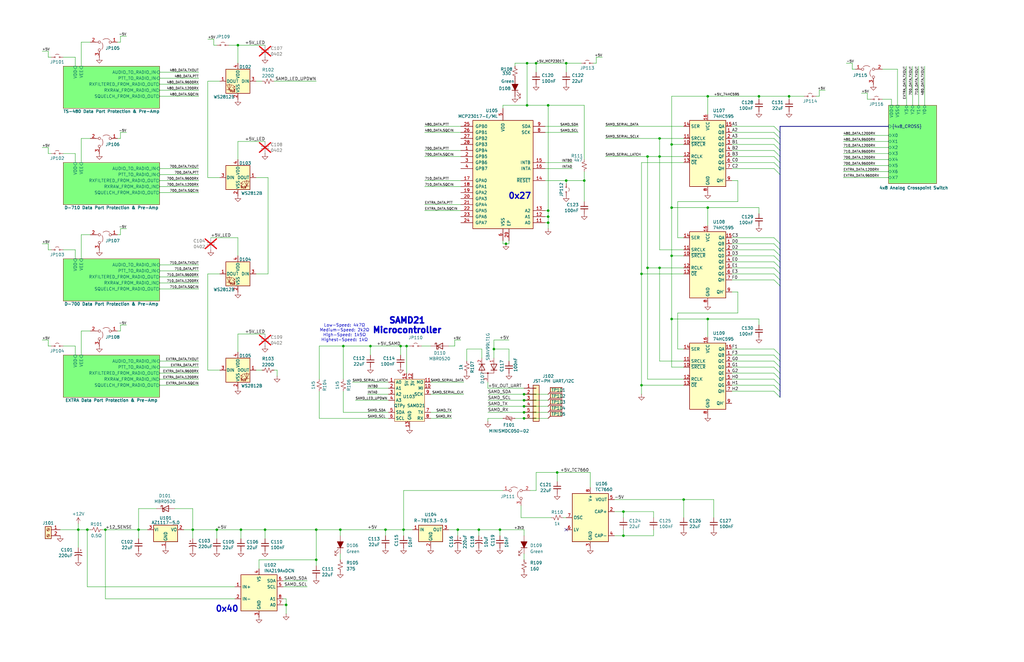
<source format=kicad_sch>
(kicad_sch (version 20250114) (generator "eeschema") (generator_version "9.0")
  (paper "B")
  (text "0x27" (at 219.202 82.804 0) (effects (font (size 2.54 2.54) (thickness 0.508) (bold yes))))
  (text "0x40" (at 95.758 257.048 0) (effects (font (size 2.54 2.54) (thickness 0.508) (bold yes))))
  (text "SAMD21\nMicrocontroller" (at 171.704 137.414 0) (effects (font (size 2.54 2.54) (thickness 1.016) (bold yes))))
  (text "Low-Speed: 4k7Ω\nMedium-Speed: 2k2Ω\nHigh-Speed: 1k5Ω\nHighest-Speed: 1kΩ" (at 145.288 140.462 0) (effects (font (size 1.27 1.27))))
  (junction (at 283.21 60.96))
  (junction (at 210.82 223.52))
  (junction (at 298.45 40.64))
  (junction (at 120.65 255.27))
  (junction (at 168.91 146.05))
  (junction (at 234.95 199.39))
  (junction (at 208.28 147.32))
  (junction (at 58.42 223.52))
  (junction (at 231.14 91.44))
  (junction (at 156.21 146.05))
  (junction (at 231.14 88.9))
  (junction (at 270.51 115.57))
  (junction (at 101.6 223.52))
  (junction (at 231.14 44.45))
  (junction (at 298.45 134.62))
  (junction (at 288.29 210.82))
  (junction (at 143.51 223.52))
  (junction (at 220.98 168.91))
  (junction (at 278.13 58.42))
  (junction (at 201.93 223.52))
  (junction (at 170.18 223.52))
  (junction (at 278.13 113.03))
  (junction (at 262.89 226.06))
  (junction (at 298.45 87.63))
  (junction (at 91.44 223.52))
  (junction (at 162.56 223.52))
  (junction (at 320.04 40.64))
  (junction (at 283.21 134.62))
  (junction (at 133.35 223.52))
  (junction (at 220.98 166.37))
  (junction (at 283.21 87.63))
  (junction (at 81.28 223.52))
  (junction (at 283.21 107.95))
  (junction (at 222.25 44.45))
  (junction (at 246.38 76.2))
  (junction (at 44.45 223.52))
  (junction (at 111.76 223.52))
  (junction (at 220.98 176.53))
  (junction (at 144.78 146.05))
  (junction (at 193.04 223.52))
  (junction (at 270.51 162.56))
  (junction (at 220.98 173.99))
  (junction (at 36.83 223.52))
  (junction (at 238.76 76.2))
  (junction (at 238.76 26.67))
  (junction (at 226.06 26.67))
  (junction (at 220.98 171.45))
  (junction (at 262.89 215.9))
  (junction (at 213.36 102.87))
  (junction (at 33.02 223.52))
  (junction (at 273.05 113.03))
  (junction (at 231.14 93.98))
  (junction (at 332.74 40.64))
  (junction (at 100.33 19.05))
  (junction (at 133.35 236.22))
  (junction (at 278.13 66.04))
  (junction (at 273.05 66.04))
  (junction (at 171.45 146.05))
  (junction (at 222.25 26.67))
  (no_connect (at 238.76 223.52))
  (bus_entry (at 328.93 60.96) (size -2.54 -2.54))
  (bus_entry (at 328.93 113.03) (size -2.54 -2.54))
  (bus_entry (at 328.93 154.94) (size -2.54 -2.54))
  (bus_entry (at 328.93 167.64) (size -2.54 -2.54))
  (bus_entry (at 328.93 71.12) (size -2.54 -2.54))
  (bus_entry (at 328.93 152.4) (size -2.54 -2.54))
  (bus_entry (at 328.93 120.65) (size -2.54 -2.54))
  (bus_entry (at 328.93 160.02) (size -2.54 -2.54))
  (bus_entry (at 328.93 73.66) (size -2.54 -2.54))
  (bus_entry (at 328.93 55.88) (size -2.54 -2.54))
  (bus_entry (at 328.93 110.49) (size -2.54 -2.54))
  (bus_entry (at 328.93 68.58) (size -2.54 -2.54))
  (bus_entry (at 328.93 102.87) (size -2.54 -2.54))
  (bus_entry (at 328.93 165.1) (size -2.54 -2.54))
  (bus_entry (at 328.93 149.86) (size -2.54 -2.54))
  (bus_entry (at 328.93 115.57) (size -2.54 -2.54))
  (bus_entry (at 328.93 157.48) (size -2.54 -2.54))
  (bus_entry (at 328.93 162.56) (size -2.54 -2.54))
  (bus_entry (at 328.93 63.5) (size -2.54 -2.54))
  (bus_entry (at 328.93 118.11) (size -2.54 -2.54))
  (bus_entry (at 328.93 58.42) (size -2.54 -2.54))
  (bus_entry (at 328.93 66.04) (size -2.54 -2.54))
  (bus_entry (at 328.93 107.95) (size -2.54 -2.54))
  (bus_entry (at 328.93 105.41) (size -2.54 -2.54))
  (wire (pts (xy 298.45 134.62) (xy 298.45 142.24)))
  (wire (pts (xy 259.08 210.82) (xy 288.29 210.82)))
  (bus (pts (xy 328.93 53.34) (xy 328.93 55.88)))
  (wire (pts (xy 355.6 64.77) (xy 374.65 64.77)))
  (wire (pts (xy 113.03 74.93) (xy 113.03 115.57)))
  (bus (pts (xy 328.93 113.03) (xy 328.93 115.57)))
  (wire (pts (xy 120.65 255.27) (xy 120.65 252.73)))
  (wire (pts (xy 20.32 21.59) (xy 20.32 24.13)))
  (wire (pts (xy 205.74 161.29) (xy 205.74 163.83)))
  (wire (pts (xy 116.84 158.75) (xy 116.84 156.21)))
  (wire (pts (xy 20.32 64.77) (xy 21.59 64.77)))
  (wire (pts (xy 179.07 63.5) (xy 194.31 63.5)))
  (wire (pts (xy 226.06 199.39) (xy 234.95 199.39)))
  (wire (pts (xy 134.62 146.05) (xy 144.78 146.05)))
  (wire (pts (xy 378.46 44.45) (xy 378.46 29.21)))
  (wire (pts (xy 308.61 71.12) (xy 326.39 71.12)))
  (wire (pts (xy 33.02 220.98) (xy 33.02 223.52)))
  (bus (pts (xy 328.93 160.02) (xy 328.93 162.56)))
  (wire (pts (xy 238.76 26.67) (xy 238.76 30.48)))
  (wire (pts (xy 38.1 139.7) (xy 34.29 139.7)))
  (wire (pts (xy 210.82 223.52) (xy 220.98 223.52)))
  (wire (pts (xy 356.87 26.67) (xy 359.41 26.67)))
  (wire (pts (xy 50.8 15.24) (xy 50.8 17.78)))
  (wire (pts (xy 298.45 87.63) (xy 298.45 95.25)))
  (wire (pts (xy 220.98 171.45) (xy 231.14 171.45)))
  (wire (pts (xy 255.27 53.34) (xy 288.29 53.34)))
  (wire (pts (xy 372.11 41.91) (xy 375.92 41.91)))
  (wire (pts (xy 179.07 76.2) (xy 194.31 76.2)))
  (wire (pts (xy 67.31 154.94) (xy 83.82 154.94)))
  (wire (pts (xy 110.49 156.21) (xy 107.95 156.21)))
  (wire (pts (xy 320.04 137.16) (xy 320.04 134.62)))
  (bus (pts (xy 328.93 58.42) (xy 328.93 60.96)))
  (wire (pts (xy 67.31 111.76) (xy 83.82 111.76)))
  (wire (pts (xy 283.21 134.62) (xy 298.45 134.62)))
  (wire (pts (xy 231.14 91.44) (xy 231.14 93.98)))
  (wire (pts (xy 20.32 146.05) (xy 21.59 146.05)))
  (wire (pts (xy 248.92 199.39) (xy 248.92 205.74)))
  (wire (pts (xy 217.17 26.67) (xy 222.25 26.67)))
  (wire (pts (xy 67.31 116.84) (xy 83.82 116.84)))
  (wire (pts (xy 163.83 173.99) (xy 144.78 173.99)))
  (wire (pts (xy 231.14 88.9) (xy 229.87 88.9)))
  (wire (pts (xy 308.61 76.2) (xy 311.15 76.2)))
  (wire (pts (xy 285.75 85.09) (xy 285.75 100.33)))
  (wire (pts (xy 110.49 34.29) (xy 107.95 34.29)))
  (wire (pts (xy 111.76 223.52) (xy 111.76 227.33)))
  (wire (pts (xy 212.09 101.6) (xy 212.09 102.87)))
  (bus (pts (xy 328.93 107.95) (xy 328.93 110.49)))
  (wire (pts (xy 92.71 34.29) (xy 87.63 34.29)))
  (wire (pts (xy 179.07 86.36) (xy 194.31 86.36)))
  (wire (pts (xy 347.98 38.1) (xy 345.44 38.1)))
  (wire (pts (xy 226.06 26.67) (xy 238.76 26.67)))
  (wire (pts (xy 26.67 64.77) (xy 31.75 64.77)))
  (wire (pts (xy 320.04 40.64) (xy 320.04 41.91)))
  (wire (pts (xy 355.6 72.39) (xy 374.65 72.39)))
  (wire (pts (xy 308.61 110.49) (xy 326.39 110.49)))
  (wire (pts (xy 50.8 137.16) (xy 50.8 139.7)))
  (wire (pts (xy 87.63 74.93) (xy 92.71 74.93)))
  (wire (pts (xy 234.95 199.39) (xy 248.92 199.39)))
  (wire (pts (xy 193.04 223.52) (xy 193.04 226.06)))
  (wire (pts (xy 355.6 69.85) (xy 374.65 69.85)))
  (wire (pts (xy 238.76 26.67) (xy 245.11 26.67)))
  (wire (pts (xy 255.27 58.42) (xy 278.13 58.42)))
  (wire (pts (xy 205.74 173.99) (xy 220.98 173.99)))
  (wire (pts (xy 66.04 214.63) (xy 58.42 214.63)))
  (wire (pts (xy 17.78 143.51) (xy 20.32 143.51)))
  (wire (pts (xy 100.33 140.97) (xy 100.33 148.59)))
  (wire (pts (xy 355.6 74.93) (xy 374.65 74.93)))
  (wire (pts (xy 223.52 207.01) (xy 226.06 207.01)))
  (wire (pts (xy 143.51 233.68) (xy 143.51 236.22)))
  (wire (pts (xy 44.45 252.73) (xy 44.45 223.52)))
  (wire (pts (xy 229.87 55.88) (xy 243.84 55.88)))
  (wire (pts (xy 355.6 67.31) (xy 374.65 67.31)))
  (wire (pts (xy 163.83 166.37) (xy 154.94 166.37)))
  (wire (pts (xy 238.76 76.2) (xy 238.76 77.47)))
  (wire (pts (xy 67.31 35.56) (xy 83.82 35.56)))
  (wire (pts (xy 81.28 223.52) (xy 77.47 223.52)))
  (wire (pts (xy 372.11 29.21) (xy 378.46 29.21)))
  (wire (pts (xy 219.71 213.36) (xy 219.71 218.44)))
  (wire (pts (xy 332.74 40.64) (xy 320.04 40.64)))
  (wire (pts (xy 251.46 26.67) (xy 250.19 26.67)))
  (wire (pts (xy 231.14 91.44) (xy 229.87 91.44)))
  (wire (pts (xy 308.61 115.57) (xy 326.39 115.57)))
  (wire (pts (xy 355.6 57.15) (xy 374.65 57.15)))
  (wire (pts (xy 50.8 58.42) (xy 49.53 58.42)))
  (wire (pts (xy 58.42 223.52) (xy 62.23 223.52)))
  (wire (pts (xy 208.28 147.32) (xy 208.28 151.13)))
  (wire (pts (xy 273.05 113.03) (xy 278.13 113.03)))
  (wire (pts (xy 91.44 223.52) (xy 81.28 223.52)))
  (wire (pts (xy 288.29 60.96) (xy 283.21 60.96)))
  (wire (pts (xy 191.77 143.51) (xy 191.77 146.05)))
  (wire (pts (xy 195.58 161.29) (xy 181.61 161.29)))
  (wire (pts (xy 298.45 40.64) (xy 298.45 48.26)))
  (wire (pts (xy 53.34 15.24) (xy 50.8 15.24)))
  (wire (pts (xy 234.95 203.2) (xy 234.95 199.39)))
  (wire (pts (xy 320.04 87.63) (xy 298.45 87.63)))
  (wire (pts (xy 208.28 143.51) (xy 208.28 147.32)))
  (wire (pts (xy 116.84 156.21) (xy 115.57 156.21)))
  (wire (pts (xy 332.74 40.64) (xy 339.09 40.64)))
  (wire (pts (xy 308.61 157.48) (xy 326.39 157.48)))
  (wire (pts (xy 67.31 119.38) (xy 83.82 119.38)))
  (wire (pts (xy 212.09 44.45) (xy 212.09 45.72)))
  (wire (pts (xy 143.51 223.52) (xy 162.56 223.52)))
  (wire (pts (xy 214.63 101.6) (xy 214.63 102.87)))
  (wire (pts (xy 179.07 55.88) (xy 194.31 55.88)))
  (wire (pts (xy 285.75 132.08) (xy 285.75 147.32)))
  (wire (pts (xy 58.42 214.63) (xy 58.42 223.52)))
  (wire (pts (xy 31.75 64.77) (xy 31.75 68.58)))
  (wire (pts (xy 171.45 146.05) (xy 171.45 157.48)))
  (wire (pts (xy 156.21 146.05) (xy 156.21 149.86)))
  (wire (pts (xy 67.31 78.74) (xy 83.82 78.74)))
  (wire (pts (xy 229.87 53.34) (xy 243.84 53.34)))
  (wire (pts (xy 311.15 132.08) (xy 285.75 132.08)))
  (wire (pts (xy 67.31 40.64) (xy 83.82 40.64)))
  (wire (pts (xy 53.34 55.88) (xy 50.8 55.88)))
  (wire (pts (xy 283.21 134.62) (xy 283.21 154.94)))
  (wire (pts (xy 189.23 223.52) (xy 193.04 223.52)))
  (wire (pts (xy 196.85 152.4) (xy 196.85 147.32)))
  (wire (pts (xy 220.98 176.53) (xy 231.14 176.53)))
  (wire (pts (xy 308.61 160.02) (xy 326.39 160.02)))
  (wire (pts (xy 231.14 88.9) (xy 231.14 91.44)))
  (wire (pts (xy 170.18 223.52) (xy 170.18 226.06)))
  (wire (pts (xy 273.05 160.02) (xy 288.29 160.02)))
  (wire (pts (xy 262.89 226.06) (xy 259.08 226.06)))
  (wire (pts (xy 20.32 102.87) (xy 20.32 105.41)))
  (wire (pts (xy 144.78 165.1) (xy 144.78 173.99)))
  (wire (pts (xy 134.62 165.1) (xy 134.62 176.53)))
  (wire (pts (xy 34.29 99.06) (xy 34.29 109.22)))
  (wire (pts (xy 214.63 147.32) (xy 208.28 147.32)))
  (wire (pts (xy 91.44 223.52) (xy 101.6 223.52)))
  (wire (pts (xy 275.59 223.52) (xy 275.59 226.06)))
  (wire (pts (xy 189.23 146.05) (xy 191.77 146.05)))
  (wire (pts (xy 201.93 223.52) (xy 210.82 223.52)))
  (wire (pts (xy 283.21 60.96) (xy 283.21 87.63)))
  (wire (pts (xy 220.98 226.06) (xy 220.98 223.52)))
  (wire (pts (xy 384.81 27.94) (xy 384.81 44.45)))
  (wire (pts (xy 246.38 76.2) (xy 238.76 76.2)))
  (wire (pts (xy 308.61 58.42) (xy 326.39 58.42)))
  (wire (pts (xy 220.98 168.91) (xy 231.14 168.91)))
  (wire (pts (xy 311.15 76.2) (xy 311.15 85.09)))
  (wire (pts (xy 31.75 24.13) (xy 31.75 27.94)))
  (wire (pts (xy 231.14 44.45) (xy 246.38 44.45)))
  (wire (pts (xy 273.05 66.04) (xy 273.05 113.03)))
  (wire (pts (xy 81.28 214.63) (xy 81.28 223.52)))
  (bus (pts (xy 328.93 152.4) (xy 328.93 154.94)))
  (wire (pts (xy 201.93 223.52) (xy 201.93 226.06)))
  (wire (pts (xy 91.44 223.52) (xy 91.44 227.33)))
  (wire (pts (xy 96.52 19.05) (xy 100.33 19.05)))
  (wire (pts (xy 81.28 223.52) (xy 81.28 227.33)))
  (bus (pts (xy 328.93 71.12) (xy 328.93 73.66)))
  (wire (pts (xy 53.34 96.52) (xy 50.8 96.52)))
  (wire (pts (xy 100.33 140.97) (xy 111.76 140.97)))
  (wire (pts (xy 203.2 147.32) (xy 203.2 151.13)))
  (wire (pts (xy 308.61 162.56) (xy 326.39 162.56)))
  (wire (pts (xy 34.29 58.42) (xy 34.29 68.58)))
  (wire (pts (xy 229.87 76.2) (xy 238.76 76.2)))
  (bus (pts (xy 328.93 66.04) (xy 328.93 68.58)))
  (wire (pts (xy 365.76 41.91) (xy 367.03 41.91)))
  (wire (pts (xy 387.35 27.94) (xy 387.35 44.45)))
  (wire (pts (xy 219.71 218.44) (xy 232.41 218.44)))
  (wire (pts (xy 179.07 88.9) (xy 194.31 88.9)))
  (wire (pts (xy 50.8 96.52) (xy 50.8 99.06)))
  (wire (pts (xy 214.63 143.51) (xy 208.28 143.51)))
  (wire (pts (xy 359.41 26.67) (xy 359.41 29.21)))
  (wire (pts (xy 205.74 171.45) (xy 220.98 171.45)))
  (wire (pts (xy 50.8 17.78) (xy 49.53 17.78)))
  (wire (pts (xy 205.74 166.37) (xy 220.98 166.37)))
  (wire (pts (xy 50.8 99.06) (xy 49.53 99.06)))
  (wire (pts (xy 20.32 105.41) (xy 21.59 105.41)))
  (wire (pts (xy 262.89 223.52) (xy 262.89 226.06)))
  (wire (pts (xy 231.14 44.45) (xy 231.14 88.9)))
  (wire (pts (xy 308.61 102.87) (xy 326.39 102.87)))
  (wire (pts (xy 50.8 55.88) (xy 50.8 58.42)))
  (wire (pts (xy 308.61 118.11) (xy 326.39 118.11)))
  (wire (pts (xy 67.31 71.12) (xy 83.82 71.12)))
  (wire (pts (xy 20.32 143.51) (xy 20.32 146.05)))
  (wire (pts (xy 311.15 123.19) (xy 311.15 132.08)))
  (wire (pts (xy 251.46 24.13) (xy 251.46 26.67)))
  (wire (pts (xy 100.33 59.69) (xy 111.76 59.69)))
  (wire (pts (xy 119.38 255.27) (xy 120.65 255.27)))
  (wire (pts (xy 308.61 60.96) (xy 326.39 60.96)))
  (wire (pts (xy 109.22 236.22) (xy 109.22 240.03)))
  (wire (pts (xy 144.78 146.05) (xy 144.78 160.02)))
  (wire (pts (xy 308.61 113.03) (xy 326.39 113.03)))
  (bus (pts (xy 328.93 149.86) (xy 328.93 152.4)))
  (bus (pts (xy 328.93 110.49) (xy 328.93 113.03)))
  (wire (pts (xy 67.31 73.66) (xy 83.82 73.66)))
  (wire (pts (xy 283.21 40.64) (xy 283.21 60.96)))
  (wire (pts (xy 109.22 236.22) (xy 133.35 236.22)))
  (wire (pts (xy 288.29 210.82) (xy 300.99 210.82)))
  (wire (pts (xy 270.51 115.57) (xy 288.29 115.57)))
  (wire (pts (xy 308.61 147.32) (xy 326.39 147.32)))
  (wire (pts (xy 25.4 223.52) (xy 33.02 223.52)))
  (wire (pts (xy 288.29 152.4) (xy 278.13 152.4)))
  (wire (pts (xy 288.29 154.94) (xy 283.21 154.94)))
  (wire (pts (xy 143.51 226.06) (xy 143.51 223.52)))
  (wire (pts (xy 36.83 247.65) (xy 36.83 223.52)))
  (wire (pts (xy 67.31 160.02) (xy 83.82 160.02)))
  (wire (pts (xy 278.13 105.41) (xy 278.13 66.04)))
  (bus (pts (xy 328.93 162.56) (xy 328.93 165.1)))
  (wire (pts (xy 171.45 146.05) (xy 172.72 146.05)))
  (wire (pts (xy 320.04 134.62) (xy 298.45 134.62)))
  (wire (pts (xy 67.31 152.4) (xy 83.82 152.4)))
  (wire (pts (xy 33.02 223.52) (xy 33.02 231.14)))
  (wire (pts (xy 283.21 87.63) (xy 283.21 107.95)))
  (wire (pts (xy 38.1 17.78) (xy 34.29 17.78)))
  (wire (pts (xy 36.83 223.52) (xy 38.1 223.52)))
  (wire (pts (xy 298.45 40.64) (xy 320.04 40.64)))
  (bus (pts (xy 328.93 120.65) (xy 328.93 149.86)))
  (wire (pts (xy 345.44 38.1) (xy 345.44 40.64)))
  (wire (pts (xy 119.38 245.11) (xy 129.54 245.11)))
  (wire (pts (xy 67.31 30.48) (xy 83.82 30.48)))
  (wire (pts (xy 308.61 100.33) (xy 326.39 100.33)))
  (bus (pts (xy 328.93 68.58) (xy 328.93 71.12)))
  (wire (pts (xy 179.07 66.04) (xy 194.31 66.04)))
  (wire (pts (xy 273.05 113.03) (xy 273.05 160.02)))
  (wire (pts (xy 226.06 26.67) (xy 226.06 30.48)))
  (wire (pts (xy 288.29 210.82) (xy 288.29 218.44)))
  (wire (pts (xy 101.6 223.52) (xy 101.6 227.33)))
  (wire (pts (xy 345.44 40.64) (xy 344.17 40.64)))
  (wire (pts (xy 283.21 40.64) (xy 298.45 40.64)))
  (wire (pts (xy 288.29 105.41) (xy 278.13 105.41)))
  (wire (pts (xy 36.83 247.65) (xy 99.06 247.65)))
  (wire (pts (xy 120.65 259.08) (xy 120.65 255.27)))
  (wire (pts (xy 222.25 26.67) (xy 222.25 44.45)))
  (wire (pts (xy 38.1 99.06) (xy 34.29 99.06)))
  (wire (pts (xy 231.14 93.98) (xy 231.14 96.52)))
  (wire (pts (xy 162.56 223.52) (xy 162.56 226.06)))
  (wire (pts (xy 100.33 100.33) (xy 88.9 100.33)))
  (wire (pts (xy 270.51 68.58) (xy 288.29 68.58)))
  (bus (pts (xy 328.93 118.11) (xy 328.93 120.65)))
  (wire (pts (xy 255.27 66.04) (xy 273.05 66.04)))
  (wire (pts (xy 163.83 176.53) (xy 134.62 176.53)))
  (wire (pts (xy 26.67 105.41) (xy 31.75 105.41)))
  (wire (pts (xy 87.63 16.51) (xy 90.17 16.51)))
  (wire (pts (xy 382.27 27.94) (xy 382.27 44.45)))
  (wire (pts (xy 273.05 66.04) (xy 278.13 66.04)))
  (bus (pts (xy 328.93 115.57) (xy 328.93 118.11)))
  (bus (pts (xy 328.93 55.88) (xy 328.93 58.42)))
  (wire (pts (xy 285.75 147.32) (xy 288.29 147.32)))
  (wire (pts (xy 308.61 66.04) (xy 326.39 66.04)))
  (bus (pts (xy 328.93 102.87) (xy 328.93 105.41)))
  (wire (pts (xy 67.31 157.48) (xy 83.82 157.48)))
  (wire (pts (xy 222.25 44.45) (xy 231.14 44.45)))
  (wire (pts (xy 58.42 223.52) (xy 58.42 227.33)))
  (wire (pts (xy 170.18 223.52) (xy 173.99 223.52)))
  (wire (pts (xy 190.5 176.53) (xy 181.61 176.53)))
  (wire (pts (xy 246.38 67.31) (xy 246.38 44.45)))
  (wire (pts (xy 288.29 107.95) (xy 283.21 107.95)))
  (wire (pts (xy 67.31 114.3) (xy 83.82 114.3)))
  (bus (pts (xy 328.93 60.96) (xy 328.93 63.5)))
  (wire (pts (xy 220.98 233.68) (xy 220.98 236.22)))
  (wire (pts (xy 26.67 146.05) (xy 31.75 146.05)))
  (wire (pts (xy 162.56 223.52) (xy 170.18 223.52)))
  (wire (pts (xy 193.04 223.52) (xy 201.93 223.52)))
  (wire (pts (xy 205.74 176.53) (xy 212.09 176.53)))
  (wire (pts (xy 194.31 143.51) (xy 191.77 143.51)))
  (wire (pts (xy 308.61 55.88) (xy 326.39 55.88)))
  (wire (pts (xy 308.61 154.94) (xy 326.39 154.94)))
  (wire (pts (xy 87.63 115.57) (xy 87.63 156.21)))
  (wire (pts (xy 34.29 17.78) (xy 34.29 27.94)))
  (wire (pts (xy 101.6 223.52) (xy 111.76 223.52)))
  (wire (pts (xy 278.13 66.04) (xy 278.13 58.42)))
  (wire (pts (xy 229.87 68.58) (xy 241.3 68.58)))
  (wire (pts (xy 67.31 33.02) (xy 83.82 33.02)))
  (wire (pts (xy 220.98 173.99) (xy 231.14 173.99)))
  (wire (pts (xy 133.35 34.29) (xy 115.57 34.29)))
  (wire (pts (xy 17.78 62.23) (xy 20.32 62.23)))
  (wire (pts (xy 270.51 115.57) (xy 270.51 162.56)))
  (wire (pts (xy 355.6 62.23) (xy 374.65 62.23)))
  (wire (pts (xy 275.59 226.06) (xy 262.89 226.06)))
  (wire (pts (xy 275.59 215.9) (xy 262.89 215.9)))
  (wire (pts (xy 133.35 236.22) (xy 133.35 223.52)))
  (wire (pts (xy 31.75 105.41) (xy 31.75 109.22)))
  (wire (pts (xy 214.63 147.32) (xy 214.63 152.4)))
  (wire (pts (xy 156.21 146.05) (xy 144.78 146.05)))
  (wire (pts (xy 217.17 26.67) (xy 217.17 27.94)))
  (wire (pts (xy 53.34 137.16) (xy 50.8 137.16)))
  (wire (pts (xy 67.31 38.1) (xy 83.82 38.1)))
  (wire (pts (xy 278.13 113.03) (xy 288.29 113.03)))
  (wire (pts (xy 213.36 102.87) (xy 214.63 102.87)))
  (bus (pts (xy 328.93 157.48) (xy 328.93 160.02)))
  (wire (pts (xy 308.61 123.19) (xy 311.15 123.19)))
  (wire (pts (xy 33.02 223.52) (xy 36.83 223.52)))
  (wire (pts (xy 31.75 146.05) (xy 31.75 149.86)))
  (wire (pts (xy 34.29 139.7) (xy 34.29 149.86)))
  (wire (pts (xy 113.03 115.57) (xy 107.95 115.57)))
  (bus (pts (xy 328.93 63.5) (xy 328.93 66.04)))
  (wire (pts (xy 308.61 68.58) (xy 326.39 68.58)))
  (wire (pts (xy 20.32 24.13) (xy 21.59 24.13)))
  (wire (pts (xy 148.59 161.29) (xy 163.83 161.29)))
  (wire (pts (xy 100.33 19.05) (xy 100.33 26.67)))
  (wire (pts (xy 44.45 252.73) (xy 99.06 252.73)))
  (wire (pts (xy 67.31 81.28) (xy 83.82 81.28)))
  (wire (pts (xy 168.91 146.05) (xy 156.21 146.05)))
  (wire (pts (xy 262.89 218.44) (xy 262.89 215.9)))
  (wire (pts (xy 278.13 58.42) (xy 288.29 58.42)))
  (wire (pts (xy 43.18 223.52) (xy 44.45 223.52)))
  (wire (pts (xy 237.49 218.44) (xy 238.76 218.44)))
  (wire (pts (xy 308.61 165.1) (xy 326.39 165.1)))
  (wire (pts (xy 17.78 21.59) (xy 20.32 21.59)))
  (wire (pts (xy 210.82 226.06) (xy 210.82 223.52)))
  (wire (pts (xy 212.09 44.45) (xy 222.25 44.45)))
  (wire (pts (xy 163.83 163.83) (xy 154.94 163.83)))
  (wire (pts (xy 270.51 162.56) (xy 288.29 162.56)))
  (wire (pts (xy 275.59 218.44) (xy 275.59 215.9)))
  (wire (pts (xy 246.38 72.39) (xy 246.38 76.2)))
  (wire (pts (xy 359.41 29.21) (xy 360.68 29.21)))
  (wire (pts (xy 67.31 162.56) (xy 83.82 162.56)))
  (wire (pts (xy 363.22 39.37) (xy 365.76 39.37)))
  (wire (pts (xy 365.76 39.37) (xy 365.76 41.91)))
  (wire (pts (xy 44.45 223.52) (xy 58.42 223.52)))
  (wire (pts (xy 67.31 76.2) (xy 83.82 76.2)))
  (wire (pts (xy 195.58 166.37) (xy 181.61 166.37)))
  (wire (pts (xy 179.07 53.34) (xy 194.31 53.34)))
  (wire (pts (xy 270.51 68.58) (xy 270.51 115.57)))
  (wire (pts (xy 220.98 166.37) (xy 231.14 166.37)))
  (wire (pts (xy 92.71 115.57) (xy 87.63 115.57)))
  (wire (pts (xy 375.92 41.91) (xy 375.92 44.45)))
  (wire (pts (xy 26.67 24.13) (xy 31.75 24.13)))
  (wire (pts (xy 205.74 163.83) (xy 220.98 163.83)))
  (wire (pts (xy 229.87 71.12) (xy 241.3 71.12)))
  (bus (pts (xy 328.93 73.66) (xy 328.93 102.87)))
  (wire (pts (xy 283.21 107.95) (xy 283.21 134.62)))
  (wire (pts (xy 308.61 105.41) (xy 326.39 105.41)))
  (wire (pts (xy 100.33 19.05) (xy 111.76 19.05)))
  (wire (pts (xy 217.17 176.53) (xy 220.98 176.53)))
  (wire (pts (xy 20.32 62.23) (xy 20.32 64.77)))
  (wire (pts (xy 168.91 146.05) (xy 168.91 149.86)))
  (wire (pts (xy 212.09 207.01) (xy 170.18 207.01)))
  (wire (pts (xy 205.74 177.8) (xy 205.74 176.53)))
  (wire (pts (xy 320.04 90.17) (xy 320.04 87.63)))
  (wire (pts (xy 278.13 152.4) (xy 278.13 113.03)))
  (wire (pts (xy 107.95 74.93) (xy 113.03 74.93)))
  (wire (pts (xy 254 24.13) (xy 251.46 24.13)))
  (wire (pts (xy 288.29 66.04) (xy 278.13 66.04)))
  (wire (pts (xy 389.89 27.94) (xy 389.89 44.45)))
  (wire (pts (xy 308.61 53.34) (xy 326.39 53.34)))
  (wire (pts (xy 120.65 252.73) (xy 119.38 252.73)))
  (wire (pts (xy 179.07 78.74) (xy 194.31 78.74)))
  (wire (pts (xy 226.06 207.01) (xy 226.06 199.39)))
  (wire (pts (xy 170.18 207.01) (xy 170.18 223.52)))
  (wire (pts (xy 190.5 173.99) (xy 181.61 173.99)))
  (wire (pts (xy 226.06 26.67) (xy 222.25 26.67)))
  (wire (pts (xy 308.61 152.4) (xy 326.39 152.4)))
  (wire (pts (xy 50.8 139.7) (xy 49.53 139.7)))
  (wire (pts (xy 355.6 59.69) (xy 374.65 59.69)))
  (wire (pts (xy 308.61 149.86) (xy 326.39 149.86)))
  (wire (pts (xy 133.35 223.52) (xy 143.51 223.52)))
  (wire (pts (xy 229.87 93.98) (xy 231.14 93.98)))
  (wire (pts (xy 133.35 223.52) (xy 111.76 223.52)))
  (wire (pts (xy 311.15 85.09) (xy 285.75 85.09)))
  (wire (pts (xy 90.17 19.05) (xy 91.44 19.05)))
  (wire (pts (xy 262.89 215.9) (xy 259.08 215.9)))
  (wire (pts (xy 87.63 34.29) (xy 87.63 74.93)))
  (wire (pts (xy 300.99 218.44) (xy 300.99 210.82)))
  (bus (pts (xy 328.93 154.94) (xy 328.93 157.48)))
  (wire (pts (xy 100.33 59.69) (xy 100.33 67.31)))
  (wire (pts (xy 332.74 41.91) (xy 332.74 40.64)))
  (wire (pts (xy 283.21 87.63) (xy 298.45 87.63)))
  (wire (pts (xy 196.85 147.32) (xy 203.2 147.32)))
  (wire (pts (xy 17.78 102.87) (xy 20.32 102.87)))
  (wire (pts (xy 212.09 102.87) (xy 213.36 102.87)))
  (wire (pts (xy 100.33 100.33) (xy 100.33 107.95)))
  (wire (pts (xy 38.1 58.42) (xy 34.29 58.42)))
  (wire (pts (xy 73.66 214.63) (xy 81.28 214.63)))
  (wire (pts (xy 177.8 146.05) (xy 181.61 146.05)))
  (wire (pts (xy 308.61 107.95) (xy 326.39 107.95)))
  (wire (pts (xy 119.38 247.65) (xy 129.54 247.65)))
  (wire (pts (xy 246.38 76.2) (xy 246.38 85.09)))
  (bus (pts (xy 328.93 165.1) (xy 328.93 167.64)))
  (wire (pts (xy 171.45 146.05) (xy 168.91 146.05)))
  (wire (pts (xy 133.35 236.22) (xy 133.35 238.76)))
  (wire (pts (xy 90.17 16.51) (xy 90.17 19.05)))
  (wire (pts (xy 285.75 100.33) (xy 288.29 100.33)))
  (wire (pts (xy 87.63 156.21) (xy 92.71 156.21)))
  (wire (pts (xy 308.61 63.5) (xy 326.39 63.5)))
  (bus (pts (xy 328.93 53.34) (xy 374.65 53.34)))
  (wire (pts (xy 134.62 146.05) (xy 134.62 160.02)))
  (wire (pts (xy 67.31 121.92) (xy 83.82 121.92)))
  (wire (pts (xy 205.74 168.91) (xy 220.98 168.91)))
  (wire (pts (xy 270.51 162.56) (xy 270.51 166.37)))
  (wire (pts (xy 149.86 168.91) (xy 163.83 168.91)))
  (bus (pts (xy 328.93 105.41) (xy 328.93 107.95)))
  (label "SAMD_SERIAL_CLK" (at 195.58 166.37 180) (effects (font (size 0.9906 0.9906))))
  (label "SAMD_SDA" (at 154.94 173.99 0) (effects (font (size 1 1))))
  (label "EXTRA_DATA.9600RX" (at 83.82 157.48 180) (effects (font (size 1 1))))
  (label "-5V" (at 53.34 15.24 180) (effects (font (size 1 1))))
  (label "710_DATA.TXOUT" (at 83.82 111.76 180) (effects (font (size 1 1))))
  (label "F3" (at 308.61 149.86 0))
  (label "D3" (at 308.61 107.95 0))
  (label "SAMD_TX" (at 205.74 171.45 0))
  (label "H1" (at 308.61 162.56 0))
  (label "480_DATA.PTT" (at 83.82 33.02 180) (effects (font (size 1 1))))
  (label "SAMD_SCL" (at 129.54 247.65 180))
  (label "700_DATA.9600RX" (at 355.6 69.85 0) (effects (font (size 1 1))))
  (label "-5V" (at 53.34 55.88 180) (effects (font (size 1 1))))
  (label "E1" (at 308.61 113.03 0))
  (label "480_DATA.TXOUT" (at 389.89 27.94 270) (effects (font (size 1 1))))
  (label "480_DATA.PTT" (at 179.07 53.34 0) (effects (font (size 1 1))))
  (label "+5V_MCP23017" (at 226.06 26.67 0) (effects (font (size 1 1))))
  (label "710_DATA.9600RX" (at 83.82 116.84 180) (effects (font (size 1 1))))
  (label "710_DATA.PTT" (at 179.07 76.2 0) (effects (font (size 1 1))))
  (label "SAMD_SCL" (at 154.94 176.53 0) (effects (font (size 1 1))))
  (label "B3" (at 308.61 66.04 0))
  (label "700_DATA.SQCIN" (at 83.82 81.28 180) (effects (font (size 1 1))))
  (label "SAMD_SERIAL_DATA" (at 255.27 53.34 0) (effects (font (size 0.9906 0.9906))))
  (label "480_DATA.1200RX" (at 83.82 38.1 180) (effects (font (size 1 1))))
  (label "SAMD_LED_UPDWN" (at 133.35 34.29 180))
  (label "+5V_SAMD" (at 168.91 146.05 180))
  (label "480_DATA.SQCIN" (at 83.82 40.64 180) (effects (font (size 1 1))))
  (label "INTB0" (at 241.3 68.58 180) (effects (font (size 1 1))))
  (label "480_DATA.SQCIN" (at 179.07 55.88 0) (effects (font (size 1 1))))
  (label "480_DATA.9600RX" (at 355.6 59.69 0) (effects (font (size 1 1))))
  (label "EXTRA_DATA.PTT" (at 179.07 86.36 0) (effects (font (size 1 1))))
  (label "SAMD_SDA" (at 205.74 166.37 0))
  (label "+5V_LED" (at 111.76 59.69 180))
  (label "700_DATA.PTT" (at 179.07 63.5 0) (effects (font (size 1 1))))
  (label "700_DATA.TXOUT" (at 384.81 27.94 270) (effects (font (size 1 1))))
  (label "+5V" (at 87.63 16.51 0) (effects (font (size 1 1))))
  (label "480_DATA.TXOUT" (at 83.82 30.48 180) (effects (font (size 1 1))))
  (label "+5V" (at 17.78 21.59 0) (effects (font (size 1 1))))
  (label "C0" (at 308.61 68.58 0))
  (label "A3" (at 308.61 58.42 0))
  (label "+5V_TC7660" (at 236.22 199.39 0))
  (label "SAMD_RX" (at 190.5 176.53 180) (effects (font (size 0.9906 0.9906))))
  (label "480_DATA.9600RX" (at 83.82 35.56 180) (effects (font (size 1 1))))
  (label "+5V" (at 194.31 143.51 180) (effects (font (size 1 1))))
  (label "700_DATA.9600RX" (at 83.82 76.2 180) (effects (font (size 1 1))))
  (label "SAMD_SDA" (at 129.54 245.11 180))
  (label "+5V_LED" (at 88.9 100.33 0))
  (label "+5V" (at 363.22 39.37 0) (effects (font (size 1 1))))
  (label "D2" (at 308.61 105.41 0))
  (label "700_DATA.PTT" (at 83.82 73.66 180) (effects (font (size 1 1))))
  (label "+5V_LED" (at 111.76 140.97 180))
  (label "-5V" (at 53.34 137.16 180) (effects (font (size 1 1))))
  (label "G1" (at 308.61 154.94 0))
  (label "G0" (at 308.61 152.4 0))
  (label "+3V3" (at 220.98 223.52 180) (effects (font (size 1 1))))
  (label "SAMD_SDA" (at 243.84 53.34 180) (effects (font (size 0.9906 0.9906))))
  (label "EXTRA_DATA.1200RX" (at 355.6 72.39 0) (effects (font (size 1 1))))
  (label "SAMD_LED_UPDWN" (at 149.86 168.91 0) (effects (font (size 0.9906 0.9906))))
  (label "INTB0" (at 154.94 163.83 0) (effects (font (size 1 1))))
  (label "+5V" (at 91.44 223.52 0))
  (label "EXTRA_DATA.SQCIN" (at 83.82 162.56 180) (effects (font (size 1 1))))
  (label "B2" (at 308.61 63.5 0))
  (label "+5V" (at 254 24.13 180) (effects (font (size 1 1))))
  (label "+12_SENSE" (at 44.45 223.52 0))
  (label "+5V" (at 17.78 102.87 0) (effects (font (size 1 1))))
  (label "EXTRA_DATA.9600RX" (at 355.6 74.93 0) (effects (font (size 1 1))))
  (label "F1" (at 308.61 147.32 0))
  (label "EXTRA_DATA.TXOUT" (at 83.82 152.4 180) (effects (font (size 1 1))))
  (label "710_DATA.SQCIN" (at 83.82 121.92 180) (effects (font (size 1 1))))
  (label "F0" (at 308.61 118.11 0))
  (label "710_DATA.SQCIN" (at 179.07 78.74 0) (effects (font (size 1 1))))
  (label "+5V_74HC595" (at 300.99 40.64 0) (effects (font (size 1 1))))
  (label "480_DATA.1200RX" (at 355.6 57.15 0) (effects (font (size 1 1))))
  (label "INTA0" (at 154.94 166.37 0) (effects (font (size 1 1))))
  (label "INTA0" (at 241.3 71.12 180) (effects (font (size 1 1))))
  (label "SAMD_SERIAL_LATCH" (at 255.27 66.04 0) (effects (font (size 0.9906 0.9906))))
  (label "EXTRA_DATA.1200RX" (at 83.82 160.02 180) (effects (font (size 1 1))))
  (label "C3" (at 308.61 100.33 0))
  (label "+5V" (at 17.78 143.51 0) (effects (font (size 1 1))))
  (label "+5V" (at 17.78 62.23 0) (effects (font (size 1 1))))
  (label "SAMD_TX" (at 190.5 173.99 180) (effects (font (size 0.9906 0.9906))))
  (label "EXTRA_DATA.PTT" (at 83.82 154.94 180) (effects (font (size 1 1))))
  (label "-5V" (at 259.08 210.82 0))
  (label "700_DATA.TXOUT" (at 83.82 71.12 180) (effects (font (size 1 1))))
  (label "710_DATA.9600RX" (at 355.6 64.77 0) (effects (font (size 1 1))))
  (label "SAMD_SERIAL_LATCH" (at 148.59 161.29 0) (effects (font (size 0.9906 0.9906))))
  (label "SAMD_SCL" (at 243.84 55.88 180) (effects (font (size 0.9906 0.9906))))
  (label "+5V" (at 154.94 223.52 0))
  (label "+5V" (at 214.63 143.51 180))
  (label "710_DATA.PTT" (at 83.82 114.3 180) (effects (font (size 1 1))))
  (label "A1" (at 308.61 53.34 0))
  (label "D0" (at 308.61 102.87 0))
  (label "C2" (at 308.61 71.12 0))
  (label "+5V" (at 347.98 38.1 180) (effects (font (size 1 1))))
  (label "H2" (at 308.61 165.1 0))
  (label "G2" (at 308.61 157.48 0))
  (label "EXTRA_DATA.TXOUT" (at 382.27 27.94 270) (effects (font (size 1 1))))
  (label "-5V" (at 53.34 96.52 180) (effects (font (size 1 1))))
  (label "+5V_OUT_UART" (at 205.74 163.83 0))
  (label "+5V_LED" (at 111.76 19.05 180))
  (label "SAMD_SERIAL_SCLK" (at 255.27 58.42 0) (effects (font (size 0.9906 0.9906))))
  (label "710_DATA.TXOUT" (at 387.35 27.94 270) (effects (font (size 1 1))))
  (label "E0" (at 308.61 110.49 0))
  (label "700_DATA.SQCIN" (at 179.07 66.04 0) (effects (font (size 1 1))))
  (label "EXTRA_DATA.SQCIN" (at 179.07 88.9 0) (effects (font (size 1 1))))
  (label "B1" (at 308.61 60.96 0))
  (label "700_DATA.1200RX" (at 83.82 78.74 180) (effects (font (size 1 1))))
  (label "700_DATA.1200RX" (at 355.6 67.31 0) (effects (font (size 1 1))))
  (label "A2" (at 308.61 55.88 0))
  (label "E3" (at 308.61 115.57 0))
  (label "710_DATA.1200RX" (at 83.82 119.38 180) (effects (font (size 1 1))))
  (label "-5V" (at 356.87 26.67 0) (effects (font (size 1 1))))
  (label "SAMD_SERIAL_DATA" (at 195.58 161.29 180) (effects (font (size 0.9906 0.9906))))
  (label "SAMD_SCL" (at 205.74 168.91 0))
  (label "H0" (at 308.61 160.02 0))
  (label "SAMD_RX" (at 205.74 173.99 0))
  (label "710_DATA.1200RX" (at 355.6 62.23 0) (effects (font (size 1 1))))
  (symbol (lib_id "power:GND") (at 213.36 102.87 0) (mirror y) (unit 1)
    (property "Reference" "#PWR0138" (effects (hide yes)))
    (property "Value" "GND" (effects (hide yes)))
    (property "Description" "Power symbol creates a global label with name \"GND\" , ground" (effects (hide yes)))
  )
  (symbol (lib_id "Converter_DCDC:TC7662Bx0A") (at 248.92 218.44 0) (unit 1)
    (property "Reference" "U106" (at 251.0633 204.1355 0) (effects (justify left)))
    (property "Value" "TC7660" (at 251.0633 206.5598 0) (effects (justify left)))
    (property "Footprint" "Package_SO:SOIC-8_3.9x4.9mm_P1.27mm" (effects (hide yes)))
    (property "Datasheet" "http://ww1.microchip.com/downloads/en/DeviceDoc/21469a.pdf" (effects (hide yes)))
    (property "Description" "Charge Pump DC-to-DC Converter, 1.5 - 15V, 100mA, SOIC-8" (effects (hide yes)))
  )
  (symbol (lib_id "power:GND") (at 111.76 24.13 0) (unit 1)
    (property "Reference" "#PWR0119" (effects (hide yes)))
    (property "Value" "GND" (effects (hide yes)))
    (property "Description" "Power symbol creates a global label with name \"GND\" , ground" (effects (hide yes)))
  )
  (symbol (lib_id "Device:R_Small_US") (at 220.98 238.76 180) (unit 1)
    (property "Reference" "R109" (at 223.52 237.4899 0) (effects (justify right)))
    (property "Value" "160" (at 223.52 240.0299 0) (effects (justify right)))
    (property "Footprint" "Resistor_SMD:R_0603_1608Metric_Pad0.98x0.95mm_HandSolder" (effects (hide yes)))
    (property "Description" "Resistor, small US symbol" (effects (hide yes)))
    (property "DigiKey Part Number" "311-510HRCT-ND" (effects (hide yes)))
  )
  (symbol (lib_id "power:GND") (at 109.22 260.35 0) (unit 1)
    (property "Reference" "#PWR0118" (effects (hide yes)))
    (property "Value" "GND" (effects (hide yes)))
    (property "Description" "Power symbol creates a global label with name \"GND\" , ground" (effects (hide yes)))
  )
  (symbol (lib_id "74xx:74HC595") (at 298.45 110.49 0) (unit 1)
    (property "Reference" "U108" (at 300.5933 93.6455 0) (effects (justify left)))
    (property "Value" "74HC595" (at 300.5933 96.0698 0) (effects (justify left)))
    (property "Footprint" "Package_SO:TSSOP-14_4.4x5mm_P0.65mm" (effects (hide yes)))
    (property "Datasheet" "https://www.ti.com/lit/ds/symlink/sn74hc595.pdf" (effects (hide yes)))
    (property "Description" "8-bit serial in/out Shift Register 3-State Outputs" (effects (hide yes)))
  )
  (symbol (lib_id "74xx:74HC595") (at 298.45 157.48 0) (unit 1)
    (property "Reference" "U109" (at 300.5933 140.6355 0) (effects (justify left)))
    (property "Value" "74HC595" (at 300.5933 143.0598 0) (effects (justify left)))
    (property "Footprint" "Package_SO:TSSOP-14_4.4x5mm_P0.65mm" (effects (hide yes)))
    (property "Datasheet" "https://www.ti.com/lit/ds/symlink/sn74hc595.pdf" (effects (hide yes)))
    (property "Description" "8-bit serial in/out Shift Register 3-State Outputs" (effects (hide yes)))
  )
  (symbol (lib_id "power:GND") (at 69.85 231.14 0) (unit 1)
    (property "Reference" "#PWR0109" (effects (hide yes)))
    (property "Value" "GND" (effects (hide yes)))
    (property "Description" "Power symbol creates a global label with name \"GND\" , ground" (effects (hide yes)))
  )
  (symbol (lib_id "Device:C_Polarized_Small_US") (at 193.04 228.6 0) (mirror y) (unit 1)
    (property "Reference" "C116" (at 190.246 228.6 90))
    (property "Value" "220uF" (at 196.088 228.6 90))
    (property "Footprint" "Capacitor_SMD:CP_Elec_10x10" (effects (hide yes)))
    (property "Description" "Polarized capacitor, small US symbol" (effects (hide yes)))
  )
  (symbol (lib_id "Device:C_Small") (at 111.76 62.23 0) (unit 1) (in_bom no) (dnp yes)
    (property "Reference" "C108" (at 114.0841 61.0241 0) (effects (justify left)))
    (property "Value" "0402" (at 114.0841 63.4484 0) (effects (justify left)))
    (property "Footprint" "Capacitor_SMD:C_0402_1005Metric" (effects (hide yes)))
  )
  (symbol (lib_id "power:GND") (at 320.04 46.99 0) (unit 1)
    (property "Reference" "#PWR0155" (effects (hide yes)))
    (property "Value" "GND" (effects (hide yes)))
    (property "Description" "Power symbol creates a global label with name \"GND\" , ground" (effects (hide yes)))
  )
  (symbol (lib_id "Device:C_Small") (at 88.9 102.87 0) (mirror y) (unit 1) (in_bom no) (dnp yes)
    (property "Reference" "C104" (at 86.5759 101.6641 0) (effects (justify left)))
    (property "Value" "0402" (at 86.5759 104.0884 0) (effects (justify left)))
    (property "Footprint" "Capacitor_SMD:C_0402_1005Metric" (effects (hide yes)))
  )
  (symbol (lib_id "Diode:MBR0520") (at 69.85 214.63 0) (unit 1)
    (property "Reference" "D101" (at 69.5325 209.2155 0))
    (property "Value" "MBR0520" (at 69.5325 211.6398 0))
    (property "Footprint" "Diode_SMD:D_SOD-123" (effects (hide yes)))
    (property "Datasheet" "https://www.onsemi.com/pdf/datasheet/mbr0520lt1-d.pdf" (effects (hide yes)))
    (property "Description" "20V 0.5A Schottky Power Rectifier Diode, SOD-123" (effects (hide yes)))
  )
  (symbol (lib_id "Device:C_Small") (at 320.04 139.7 0) (mirror y) (unit 1)
    (property "Reference" "C130" (at 317.7159 138.4941 0) (effects (justify left)))
    (property "Value" "100nF" (at 317.7159 140.9184 0) (effects (justify left)))
    (property "Footprint" "Capacitor_SMD:C_0402_1005Metric" (effects (hide yes)))
    (property "Description" "Unpolarized capacitor, small symbol" (effects (hide yes)))
  )
  (symbol (lib_id "Device:R_Small_US") (at 144.78 162.56 0) (mirror y) (unit 1)
    (property "Reference" "R106" (at 147.066 162.56 90))
    (property "Value" "1k5" (at 142.24 162.56 90))
    (property "Footprint" "Resistor_SMD:R_0402_1005Metric" (effects (hide yes)))
    (property "Description" "Resistor, small US symbol" (effects (hide yes)))
  )
  (symbol (lib_id "Device:C_Small") (at 288.29 220.98 0) (mirror y) (unit 1)
    (property "Reference" "C126" (at 290.6141 219.7741 0) (effects (justify right)))
    (property "Value" "22uF" (at 290.6141 222.1984 0) (effects (justify right)))
    (property "Footprint" "Capacitor_SMD:C_0603_1608Metric" (effects (hide yes)))
    (property "Description" "Unpolarized capacitor, small symbol" (effects (hide yes)))
  )
  (symbol (lib_id "power:GND") (at 101.6 232.41 0) (mirror y) (unit 1)
    (property "Reference" "#PWR0117" (effects (hide yes)))
    (property "Value" "GND" (effects (hide yes)))
    (property "Description" "Power symbol creates a global label with name \"GND\" , ground" (effects (hide yes)))
  )
  (symbol (lib_id "power:GND") (at 226.06 35.56 0) (mirror y) (unit 1)
    (property "Reference" "#PWR0142" (effects (hide yes)))
    (property "Value" "GND" (effects (hide yes)))
    (property "Description" "Power symbol creates a global label with name \"GND\" , ground" (effects (hide yes)))
  )
  (symbol (lib_id "power:GND") (at 41.91 24.13 0) (unit 1)
    (property "Reference" "#PWR0104" (effects (hide yes)))
    (property "Value" "GND" (effects (hide yes)))
    (property "Description" "Power symbol creates a global label with name \"GND\" , ground" (effects (hide yes)))
  )
  (symbol (lib_id "Connector_Generic:Conn_01x06") (at 226.06 168.91 0) (unit 1)
    (property "Reference" "J102" (at 231.14 158.75 0))
    (property "Value" "JST-PH UART/I2C" (at 233.426 160.782 0))
    (property "Footprint" "Connector_JST:JST_PH_S6B-PH-K_1x06_P2.00mm_Horizontal" (effects (hide yes)))
    (property "Description" "Generic connector, single row, 01x06, script generated (kicad-library-utils/schlib/autogen/connector/)" (effects (hide yes)))
  )
  (symbol (lib_id "Device:C_Small") (at 214.63 154.94 180) (unit 1)
    (property "Reference" "C117" (at 211.582 156.972 90) (effects (justify right)))
    (property "Value" "100nF" (at 217.424 156.972 90) (effects (justify right)))
    (property "Footprint" "Capacitor_SMD:C_0402_1005Metric" (effects (hide yes)))
    (property "Description" "Unpolarized capacitor, small symbol" (effects (hide yes)))
  )
  (symbol (lib_id "power:GND") (at 320.04 95.25 0) (unit 1)
    (property "Reference" "#PWR0156" (effects (hide yes)))
    (property "Value" "GND" (effects (hide yes)))
    (property "Description" "Power symbol creates a global label with name \"GND\" , ground" (effects (hide yes)))
  )
  (symbol (lib_id "power:GND") (at 41.91 64.77 0) (unit 1)
    (property "Reference" "#PWR0105" (effects (hide yes)))
    (property "Value" "GND" (effects (hide yes)))
    (property "Description" "Power symbol creates a global label with name \"GND\" , ground" (effects (hide yes)))
  )
  (symbol (lib_id "power:GND") (at 100.33 123.19 0) (mirror y) (unit 1)
    (property "Reference" "#PWR0115" (effects (hide yes)))
    (property "Value" "GND" (effects (hide yes)))
    (property "Description" "Power symbol creates a global label with name \"GND\" , ground" (effects (hide yes)))
  )
  (symbol (lib_id "power:GND") (at 111.76 64.77 0) (unit 1)
    (property "Reference" "#PWR0120" (effects (hide yes)))
    (property "Value" "GND" (effects (hide yes)))
    (property "Description" "Power symbol creates a global label with name \"GND\" , ground" (effects (hide yes)))
  )
  (symbol (lib_id "Device:R_Small_US") (at 234.95 218.44 90) (mirror x) (unit 1)
    (property "Reference" "R110" (at 234.95 216.154 90))
    (property "Value" "1k" (at 234.95 220.98 90))
    (property "Footprint" "Resistor_SMD:R_0402_1005Metric" (effects (hide yes)))
    (property "Description" "Resistor, small US symbol" (effects (hide yes)))
  )
  (symbol (lib_id "Connector:TestPoint_Flag") (at 231.14 168.91 0) (unit 1)
    (property "Reference" "TP102" (at 232.41 167.132 0) (effects (justify left)))
    (property "Value" "TestPoint_Flag" (effects (hide yes)))
    (property "Footprint" "Libraries:KEYSTONE_5017" (effects (hide yes)))
    (property "Description" "test point (alternative flag-style design)" (effects (hide yes)))
  )
  (symbol (lib_id "Jumper:Jumper_2_Small_Open") (at 175.26 146.05 0) (mirror y) (unit 1) (in_bom no)
    (property "Reference" "JP110" (at 175.26 142.494 0))
    (property "Value" "Jumper_2_Small_Open" (effects (hide yes)))
    (property "Footprint" "Jumper:SolderJumper-2_P1.3mm_Open_Pad1.0x1.5mm" (effects (hide yes)))
    (property "Description" "Jumper, 2-pole, small symbol, open" (effects (hide yes)))
  )
  (symbol (lib_id "power:GND") (at 41.91 105.41 0) (unit 1)
    (property "Reference" "#PWR0106" (effects (hide yes)))
    (property "Value" "GND" (effects (hide yes)))
    (property "Description" "Power symbol creates a global label with name \"GND\" , ground" (effects (hide yes)))
  )
  (symbol (lib_id "LED:WS2812B-2020") (at 100.33 74.93 0) (unit 1)
    (property "Reference" "D103" (at 100.838 68.834 0) (effects (justify left)))
    (property "Value" "WS2812B" (at 106.172 81.534 0))
    (property "Footprint" "Libraries:LED_WS2812B-2020_PLCC4_2.0x2.0mm" (effects (hide yes)))
    (property "Datasheet" "https://cdn-shop.adafruit.com/product-files/4684/4684_WS2812B-2020_V1.3_EN.pdf" (effects (hide yes)))
    (property "Description" "RGB LED with integrated controller, 2.0 x 2.0 mm, 12 mA" (effects (hide yes)))
  )
  (symbol (lib_id "Device:R_Small_US") (at 40.64 223.52 270) (unit 1)
    (property "Reference" "R101" (at 40.64 221.234 90))
    (property "Value" "0.5Ω" (at 40.64 226.06 90))
    (property "Footprint" "Resistor_SMD:R_1206_3216Metric" (effects (hide yes)))
    (property "Description" "Resistor, small US symbol" (effects (hide yes)))
  )
  (symbol (lib_id "Device:R_Small_US") (at 113.03 156.21 90) (unit 1)
    (property "Reference" "R103" (at 113.03 151.384 90))
    (property "Value" "220Ω" (at 113.03 153.924 90))
    (property "Footprint" "Resistor_SMD:R_0402_1005Metric" (effects (hide yes)))
  )
  (symbol (lib_id "power:GND") (at 33.02 236.22 0) (unit 1)
    (property "Reference" "#PWR0103" (effects (hide yes)))
    (property "Value" "GND" (effects (hide yes)))
    (property "Description" "Power symbol creates a global label with name \"GND\" , ground" (effects (hide yes)))
  )
  (symbol (lib_id "power:GND") (at 248.92 231.14 0) (unit 1)
    (property "Reference" "#PWR0148" (effects (hide yes)))
    (property "Value" "GND" (effects (hide yes)))
    (property "Description" "Power symbol creates a global label with name \"GND\" , ground" (effects (hide yes)))
  )
  (symbol (lib_id "Device:C_Small") (at 168.91 152.4 0) (mirror y) (unit 1)
    (property "Reference" "C114" (at 166.5859 151.1941 0) (effects (justify left)))
    (property "Value" "100nF" (at 166.5859 153.6184 0) (effects (justify left)))
    (property "Footprint" "Capacitor_SMD:C_0402_1005Metric" (effects (hide yes)))
    (property "Description" "Unpolarized capacitor, small symbol" (effects (hide yes)))
  )
  (symbol (lib_id "New_Library:QT_Py_SAMD21") (at 172.72 168.91 0) (unit 1)
    (property "Reference" "U103" (at 172.466 167.386 0))
    (property "Value" "QTPy SAMD21" (at 172.72 171.196 0))
    (property "Footprint" "Libraries:Py_QT_SAMD21" (effects (hide yes)))
    (property "Datasheet" "https://cdn-learn.adafruit.com/downloads/pdf/adafruit-qt-py.pdf" (effects (hide yes)))
  )
  (symbol (lib_id "Device:C_Small") (at 320.04 44.45 0) (mirror y) (unit 1)
    (property "Reference" "C128" (at 317.7159 43.2441 0) (effects (justify left)))
    (property "Value" "100nF" (at 317.7159 45.6684 0) (effects (justify left)))
    (property "Footprint" "Capacitor_SMD:C_0402_1005Metric" (effects (hide yes)))
    (property "Description" "Unpolarized capacitor, small symbol" (effects (hide yes)))
  )
  (symbol (lib_id "power:GND") (at 234.95 208.28 0) (unit 1)
    (property "Reference" "#PWR0144" (effects (hide yes)))
    (property "Value" "GND" (effects (hide yes)))
    (property "Description" "Power symbol creates a global label with name \"GND\" , ground" (effects (hide yes)))
  )
  (symbol (lib_id "power:GND") (at 170.18 231.14 0) (unit 1)
    (property "Reference" "#PWR0130" (effects (hide yes)))
    (property "Value" "GND" (effects (hide yes)))
    (property "Description" "Power symbol creates a global label with name \"GND\" , ground" (effects (hide yes)))
  )
  (symbol (lib_id "Device:C_Small") (at 210.82 228.6 180) (unit 1)
    (property "Reference" "C119" (at 207.772 230.632 90) (effects (justify right)))
    (property "Value" "10nF" (at 213.614 231.14 90) (effects (justify right)))
    (property "Footprint" "Capacitor_SMD:C_0402_1005Metric" (effects (hide yes)))
    (property "Description" "Unpolarized capacitor, small symbol" (effects (hide yes)))
  )
  (symbol (lib_id "power:GND") (at 298.45 81.28 0) (mirror y) (unit 1)
    (property "Reference" "#PWR0151" (effects (hide yes)))
    (property "Value" "GND" (effects (hide yes)))
    (property "Description" "Power symbol creates a global label with name \"GND\" , ground" (effects (hide yes)))
  )
  (symbol (lib_id "power:GND") (at 162.56 231.14 0) (unit 1)
    (property "Reference" "#PWR0128" (effects (hide yes)))
    (property "Value" "GND" (effects (hide yes)))
    (property "Description" "Power symbol creates a global label with name \"GND\" , ground" (effects (hide yes)))
  )
  (symbol (lib_id "Device:R_Small_US") (at 217.17 30.48 180) (unit 1)
    (property "Reference" "R108" (at 213.614 29.21 0))
    (property "Value" "330" (at 213.614 30.988 0))
    (property "Footprint" "Resistor_SMD:R_0402_1005Metric" (effects (hide yes)))
    (property "Description" "Resistor, small US symbol" (effects (hide yes)))
  )
  (symbol (lib_id "power:GND") (at 58.42 232.41 0) (unit 1)
    (property "Reference" "#PWR0108" (effects (hide yes)))
    (property "Value" "GND" (effects (hide yes)))
    (property "Description" "Power symbol creates a global label with name \"GND\" , ground" (effects (hide yes)))
  )
  (symbol (lib_id "Device:C_Small") (at 300.99 220.98 0) (unit 1)
    (property "Reference" "C127" (at 303.3141 219.7741 0) (effects (justify left)))
    (property "Value" "100nF" (at 303.3141 222.1984 0) (effects (justify left)))
    (property "Footprint" "Capacitor_SMD:C_0402_1005Metric" (effects (hide yes)))
    (property "Description" "Unpolarized capacitor, small symbol" (effects (hide yes)))
  )
  (symbol (lib_id "Device:R_Small_US") (at 113.03 34.29 270) (mirror x) (unit 1)
    (property "Reference" "R102" (at 113.03 29.464 90))
    (property "Value" "220Ω" (at 113.03 32.004 90))
    (property "Footprint" "Resistor_SMD:R_0402_1005Metric" (effects (hide yes)))
  )
  (symbol (lib_id "power:GND") (at 238.76 35.56 0) (mirror y) (unit 1)
    (property "Reference" "#PWR0145" (effects (hide yes)))
    (property "Value" "GND" (effects (hide yes)))
    (property "Description" "Power symbol creates a global label with name \"GND\" , ground" (effects (hide yes)))
  )
  (symbol (lib_id "power:GND") (at 332.74 46.99 0) (mirror y) (unit 1)
    (property "Reference" "#PWR0158" (effects (hide yes)))
    (property "Value" "GND" (effects (hide yes)))
    (property "Description" "Power symbol creates a global label with name \"GND\" , ground" (effects (hide yes)))
  )
  (symbol (lib_id "power:GND") (at 41.91 146.05 0) (unit 1)
    (property "Reference" "#PWR0107" (effects (hide yes)))
    (property "Value" "GND" (effects (hide yes)))
    (property "Description" "Power symbol creates a global label with name \"GND\" , ground" (effects (hide yes)))
  )
  (symbol (lib_id "Device:D_Dual_Series_AKC_Parallel") (at 205.74 156.21 90) (unit 1)
    (property "Reference" "D107" (at 203.454 159.512 0))
    (property "Value" "SBAV99LT1G" (at 205.74 146.304 0))
    (property "Footprint" "Package_TO_SOT_SMD:SOT-23" (effects (hide yes)))
    (property "Datasheet" "https://www.onsemi.com/pdf/datasheet/bav99lt1-d.pdf" (effects (hide yes)))
    (property "Description" "Dual diode, anode/cathode/center" (effects (hide yes)))
  )
  (symbol (lib_id "Jumper:Jumper_2_Small_Open") (at 24.13 146.05 0) (mirror y) (unit 1) (in_bom no)
    (property "Reference" "JP104" (at 24.13 148.082 0))
    (property "Value" "Jumper_2_Small_Open" (effects (hide yes)))
    (property "Footprint" "Jumper:SolderJumper-2_P1.3mm_Open_Pad1.0x1.5mm" (effects (hide yes)))
    (property "Description" "Jumper, 2-pole, small symbol, open" (effects (hide yes)))
  )
  (symbol (lib_id "power:GND") (at 143.51 241.3 0) (unit 1)
    (property "Reference" "#PWR0126" (effects (hide yes)))
    (property "Value" "GND" (effects (hide yes)))
    (property "Description" "Power symbol creates a global label with name \"GND\" , ground" (effects (hide yes)))
  )
  (symbol (lib_id "Device:R_Small_US") (at 143.51 238.76 180) (unit 1)
    (property "Reference" "R105" (at 146.05 237.4899 0) (effects (justify right)))
    (property "Value" "375" (at 146.05 240.0299 0) (effects (justify right)))
    (property "Footprint" "Resistor_SMD:R_0603_1608Metric_Pad0.98x0.95mm_HandSolder" (effects (hide yes)))
    (property "Description" "Resistor, small US symbol" (effects (hide yes)))
    (property "DigiKey Part Number" "311-510HRCT-ND" (effects (hide yes)))
  )
  (symbol (lib_name "Jumper_3_Open_1") (lib_id "Jumper:Jumper_3_Open") (at 41.91 17.78 270) (unit 1) (in_bom no)
    (property "Reference" "JP105" (at 44.45 20.32 90) (effects (justify left)))
    (property "Value" "Jumper_3_Open" (effects (hide yes)))
    (property "Footprint" "Libraries:SolderBridge_3L" (effects (hide yes)))
    (property "Description" "Jumper, 3-pole, both open" (effects (hide yes)))
  )
  (symbol (lib_id "Jumper:Jumper_2_Small_Open") (at 341.63 40.64 0) (unit 1) (in_bom no)
    (property "Reference" "JP114" (at 341.63 42.672 0))
    (property "Value" "Jumper_2_Small_Open" (effects (hide yes)))
    (property "Footprint" "Jumper:SolderJumper-2_P1.3mm_Open_Pad1.0x1.5mm" (effects (hide yes)))
    (property "Description" "Jumper, 2-pole, small symbol, open" (effects (hide yes)))
  )
  (symbol (lib_id "power:GND") (at 111.76 232.41 0) (mirror y) (unit 1)
    (property "Reference" "#PWR0122" (effects (hide yes)))
    (property "Value" "GND" (effects (hide yes)))
    (property "Description" "Power symbol creates a global label with name \"GND\" , ground" (effects (hide yes)))
  )
  (symbol (lib_id "Device:C_Small") (at 275.59 220.98 0) (unit 1)
    (property "Reference" "C125" (at 277.9141 219.7741 0) (effects (justify left)))
    (property "Value" "100nF" (at 277.9141 222.1984 0) (effects (justify left)))
    (property "Footprint" "Capacitor_SMD:C_0402_1005Metric" (effects (hide yes)))
    (property "Description" "Unpolarized capacitor, small symbol" (effects (hide yes)))
  )
  (symbol (lib_id "Jumper:Jumper_2_Small_Open") (at 93.98 19.05 0) (unit 1) (in_bom no)
    (property "Reference" "JP109" (at 93.98 15.494 0))
    (property "Value" "Jumper_2_Small_Open" (effects (hide yes)))
    (property "Footprint" "Jumper:SolderJumper-2_P1.3mm_Open_Pad1.0x1.5mm" (effects (hide yes)))
    (property "Description" "Jumper, 2-pole, small symbol, open" (effects (hide yes)))
  )
  (symbol (lib_id "power:GND") (at 270.51 166.37 0) (mirror y) (unit 1)
    (property "Reference" "#PWR0149" (effects (hide yes)))
    (property "Value" "GND" (effects (hide yes)))
    (property "Description" "Power symbol creates a global label with name \"GND\" , ground" (effects (hide yes)))
  )
  (symbol (lib_id "Device:C_Polarized_Small_US") (at 33.02 233.68 0) (mirror y) (unit 1)
    (property "Reference" "C101" (at 30.7086 232.036 0) (effects (justify left)))
    (property "Value" "220uF" (at 30.7086 234.4603 0) (effects (justify left)))
    (property "Footprint" "Capacitor_SMD:CP_Elec_10x10" (effects (hide yes)))
    (property "Description" "Polarized capacitor, small US symbol" (effects (hide yes)))
  )
  (symbol (lib_id "power:GND") (at 320.04 142.24 0) (unit 1)
    (property "Reference" "#PWR0157" (effects (hide yes)))
    (property "Value" "GND" (effects (hide yes)))
    (property "Description" "Power symbol creates a global label with name \"GND\" , ground" (effects (hide yes)))
  )
  (symbol (lib_id "LED:WS2812B-2020") (at 100.33 34.29 0) (mirror y) (unit 1)
    (property "Reference" "D102" (at 100.838 28.194 0) (effects (justify right)))
    (property "Value" "WS2812B" (at 94.488 40.894 0))
    (property "Footprint" "Libraries:LED_WS2812B-2020_PLCC4_2.0x2.0mm" (effects (hide yes)))
    (property "Datasheet" "https://cdn-shop.adafruit.com/product-files/4684/4684_WS2812B-2020_V1.3_EN.pdf" (effects (hide yes)))
    (property "Description" "RGB LED with integrated controller, 2.0 x 2.0 mm, 12 mA" (effects (hide yes)))
  )
  (symbol (lib_id "power:GND") (at 81.28 232.41 0) (unit 1)
    (property "Reference" "#PWR0110" (effects (hide yes)))
    (property "Value" "GND" (effects (hide yes)))
    (property "Description" "Power symbol creates a global label with name \"GND\" , ground" (effects (hide yes)))
  )
  (symbol (lib_id "Device:C_Polarized_Small_US") (at 81.28 229.87 0) (unit 1)
    (property "Reference" "C103" (at 83.5914 228.226 0) (effects (justify left)))
    (property "Value" "220uF" (at 83.5914 230.6503 0) (effects (justify left)))
    (property "Footprint" "Capacitor_SMD:CP_Elec_10x10" (effects (hide yes)))
    (property "Description" "Polarized capacitor, small US symbol" (effects (hide yes)))
  )
  (symbol (lib_id "power:GND") (at 231.14 96.52 0) (mirror y) (unit 1)
    (property "Reference" "#PWR0143" (effects (hide yes)))
    (property "Value" "GND" (effects (hide yes)))
    (property "Description" "Power symbol creates a global label with name \"GND\" , ground" (effects (hide yes)))
  )
  (symbol (lib_id "Device:LED_Filled") (at 220.98 229.87 270) (mirror x) (unit 1)
    (property "Reference" "D109" (at 223.52 230.1874 90) (effects (justify left)))
    (property "Value" "Green" (at 223.52 232.7274 90) (effects (justify left)))
    (property "Footprint" "LED_THT:LED_D5.0mm" (effects (hide yes)))
    (property "Description" "Light emitting diode, filled shape" (effects (hide yes)))
    (property "DigiKey Part Number" "732-5016-ND" (effects (hide yes)))
  )
  (symbol (lib_id "power:GND") (at 300.99 223.52 0) (mirror y) (unit 1)
    (property "Reference" "#PWR0154" (effects (hide yes)))
    (property "Value" "GND" (effects (hide yes)))
    (property "Description" "Power symbol creates a global label with name \"GND\" , ground" (effects (hide yes)))
  )
  (symbol (lib_id "Device:C_Small") (at 238.76 33.02 0) (mirror y) (unit 1)
    (property "Reference" "C122" (at 241.0841 31.8141 0) (effects (justify right)))
    (property "Value" "22uF" (at 241.0841 34.2384 0) (effects (justify right)))
    (property "Footprint" "Capacitor_SMD:C_0603_1608Metric" (effects (hide yes)))
    (property "Description" "Unpolarized capacitor, small symbol" (effects (hide yes)))
  )
  (symbol (lib_id "LED:WS2812B-2020") (at 100.33 156.21 0) (unit 1)
    (property "Reference" "D105" (at 100.838 150.114 0) (effects (justify left)))
    (property "Value" "WS2812B" (at 106.172 162.814 0))
    (property "Footprint" "Libraries:LED_WS2812B-2020_PLCC4_2.0x2.0mm" (effects (hide yes)))
    (property "Datasheet" "https://cdn-shop.adafruit.com/product-files/4684/4684_WS2812B-2020_V1.3_EN.pdf" (effects (hide yes)))
    (property "Description" "RGB LED with integrated controller, 2.0 x 2.0 mm, 12 mA" (effects (hide yes)))
  )
  (symbol (lib_id "power:GND") (at 88.9 105.41 0) (mirror y) (unit 1)
    (property "Reference" "#PWR0111" (effects (hide yes)))
    (property "Value" "GND" (effects (hide yes)))
    (property "Description" "Power symbol creates a global label with name \"GND\" , ground" (effects (hide yes)))
  )
  (symbol (lib_id "power:GND") (at 25.4 226.06 0) (unit 1)
    (property "Reference" "#PWR0101" (effects (hide yes)))
    (property "Value" "GND" (effects (hide yes)))
    (property "Description" "Power symbol creates a global label with name \"GND\" , ground" (effects (hide yes)))
  )
  (symbol (lib_id "Device:C_Small") (at 58.42 229.87 0) (unit 1)
    (property "Reference" "C102" (at 56.0959 228.6641 0) (effects (justify right)))
    (property "Value" "22uF" (at 56.0959 231.0884 0) (effects (justify right)))
    (property "Footprint" "Capacitor_SMD:C_0603_1608Metric" (effects (hide yes)))
    (property "Description" "Unpolarized capacitor, small symbol" (effects (hide yes)))
  )
  (symbol (lib_id "power:GND") (at 214.63 157.48 0) (unit 1)
    (property "Reference" "#PWR0134" (effects (hide yes)))
    (property "Value" "GND" (effects (hide yes)))
    (property "Description" "Power symbol creates a global label with name \"GND\" , ground" (effects (hide yes)))
  )
  (symbol (lib_id "power:GND") (at 238.76 82.55 0) (mirror y) (unit 1)
    (property "Reference" "#PWR0146" (effects (hide yes)))
    (property "Value" "GND" (effects (hide yes)))
    (property "Description" "Power symbol creates a global label with name \"GND\" , ground" (effects (hide yes)))
  )
  (symbol (lib_id "Device:C_Small") (at 320.04 92.71 0) (mirror y) (unit 1)
    (property "Reference" "C129" (at 317.7159 91.5041 0) (effects (justify left)))
    (property "Value" "100nF" (at 317.7159 93.9284 0) (effects (justify left)))
    (property "Footprint" "Capacitor_SMD:C_0402_1005Metric" (effects (hide yes)))
    (property "Description" "Unpolarized capacitor, small symbol" (effects (hide yes)))
  )
  (symbol (lib_id "Regulator_Linear:AZ1117-5.0") (at 69.85 223.52 0) (unit 1)
    (property "Reference" "U101" (at 69.85 218.6051 0))
    (property "Value" "AZ1117-5.0" (at 69.85 220.5261 0))
    (property "Footprint" "Package_TO_SOT_SMD:SOT-223-3_TabPin2" (effects (hide yes)))
    (property "Datasheet" "https://www.diodes.com/assets/Datasheets/AZ1117I.pdf" (effects (hide yes)))
  )
  (symbol (lib_id "power:GND") (at 193.04 231.14 0) (unit 1)
    (property "Reference" "#PWR0133" (effects (hide yes)))
    (property "Value" "GND" (effects (hide yes)))
    (property "Description" "Power symbol creates a global label with name \"GND\" , ground" (effects (hide yes)))
  )
  (symbol (lib_id "power:GND") (at 217.17 40.64 0) (unit 1)
    (property "Reference" "#PWR0140" (effects (hide yes)))
    (property "Value" "GND" (effects (hide yes)))
    (property "Description" "Power symbol creates a global label with name \"GND\" , ground" (effects (hide yes)))
  )
  (symbol (lib_id "Device:C_Small") (at 111.76 229.87 0) (unit 1)
    (property "Reference" "C110" (at 114.0841 228.6641 0) (effects (justify left)))
    (property "Value" "100nF" (at 114.0841 231.0884 0) (effects (justify left)))
    (property "Footprint" "Capacitor_SMD:C_0402_1005Metric" (effects (hide yes)))
    (property "Description" "Unpolarized capacitor, small symbol" (effects (hide yes)))
  )
  (symbol (lib_id "Connector:TestPoint_Flag") (at 231.14 171.45 0) (unit 1)
    (property "Reference" "TP103" (at 232.41 169.672 0) (effects (justify left)))
    (property "Value" "TestPoint_Flag" (effects (hide yes)))
    (property "Footprint" "Libraries:KEYSTONE_5017" (effects (hide yes)))
    (property "Description" "test point (alternative flag-style design)" (effects (hide yes)))
  )
  (symbol (lib_id "power:GND") (at 201.93 231.14 0) (unit 1)
    (property "Reference" "#PWR0135" (effects (hide yes)))
    (property "Value" "GND" (effects (hide yes)))
    (property "Description" "Power symbol creates a global label with name \"GND\" , ground" (effects (hide yes)))
  )
  (symbol (lib_id "LED:WS2812B-2020") (at 100.33 115.57 0) (mirror y) (unit 1)
    (property "Reference" "D104" (at 100.838 109.474 0) (effects (justify right)))
    (property "Value" "WS2812B" (at 94.488 122.174 0))
    (property "Footprint" "Libraries:LED_WS2812B-2020_PLCC4_2.0x2.0mm" (effects (hide yes)))
    (property "Datasheet" "https://cdn-shop.adafruit.com/product-files/4684/4684_WS2812B-2020_V1.3_EN.pdf" (effects (hide yes)))
    (property "Description" "RGB LED with integrated controller, 2.0 x 2.0 mm, 12 mA" (effects (hide yes)))
  )
  (symbol (lib_id "Device:R_Small_US") (at 246.38 69.85 0) (mirror y) (unit 1)
    (property "Reference" "R111" (at 243.332 65.786 0))
    (property "Value" "4k7" (at 243.84 67.564 0))
    (property "Footprint" "Resistor_SMD:R_0402_1005Metric" (effects (hide yes)))
    (property "Description" "Resistor, small US symbol" (effects (hide yes)))
  )
  (symbol (lib_id "Device:C_Small") (at 332.74 44.45 0) (unit 1)
    (property "Reference" "C131" (at 330.4159 43.2441 0) (effects (justify right)))
    (property "Value" "22uF" (at 330.4159 45.6684 0) (effects (justify right)))
    (property "Footprint" "Capacitor_SMD:C_0603_1608Metric" (effects (hide yes)))
    (property "Description" "Unpolarized capacitor, small symbol" (effects (hide yes)))
  )
  (symbol (lib_id "Connector:TestPoint_Flag") (at 231.14 166.37 0) (unit 1)
    (property "Reference" "TP101" (at 232.41 164.592 0) (effects (justify left)))
    (property "Value" "TestPoint_Flag" (effects (hide yes)))
    (property "Footprint" "Libraries:KEYSTONE_5017" (effects (hide yes)))
    (property "Description" "test point (alternative flag-style design)" (effects (hide yes)))
  )
  (symbol (lib_name "Jumper_3_Open_1") (lib_id "Jumper:Jumper_3_Open") (at 41.91 58.42 270) (unit 1) (in_bom no)
    (property "Reference" "JP106" (at 44.45 60.96 90) (effects (justify left)))
    (property "Value" "Jumper_3_Open" (effects (hide yes)))
    (property "Footprint" "Libraries:SolderBridge_3L" (effects (hide yes)))
    (property "Description" "Jumper, 3-pole, both open" (effects (hide yes)))
  )
  (symbol (lib_id "Jumper:Jumper_2_Small_Open") (at 238.76 80.01 270) (mirror x) (unit 1) (in_bom no)
    (property "Reference" "JP112" (at 236.728 80.01 0))
    (property "Value" "Jumper_2_Small_Open" (effects (hide yes)))
    (property "Footprint" "Jumper:SolderJumper-2_P1.3mm_Open_Pad1.0x1.5mm" (effects (hide yes)))
    (property "Description" "Jumper, 2-pole, small symbol, open" (effects (hide yes)))
  )
  (symbol (lib_id "power:GND") (at 181.61 231.14 0) (unit 1)
    (property "Reference" "#PWR0132" (effects (hide yes)))
    (property "Value" "GND" (effects (hide yes)))
    (property "Description" "Power symbol creates a global label with name \"GND\" , ground" (effects (hide yes)))
  )
  (symbol (lib_id "Jumper:Jumper_2_Small_Open") (at 24.13 105.41 0) (mirror y) (unit 1) (in_bom no)
    (property "Reference" "JP103" (at 24.13 107.442 0))
    (property "Value" "Jumper_2_Small_Open" (effects (hide yes)))
    (property "Footprint" "Jumper:SolderJumper-2_P1.3mm_Open_Pad1.0x1.5mm" (effects (hide yes)))
    (property "Description" "Jumper, 2-pole, small symbol, open" (effects (hide yes)))
  )
  (symbol (lib_id "Connector:TestPoint_Flag") (at 231.14 173.99 0) (unit 1)
    (property "Reference" "TP104" (at 232.41 172.212 0) (effects (justify left)))
    (property "Value" "TestPoint_Flag" (effects (hide yes)))
    (property "Footprint" "Libraries:KEYSTONE_5017" (effects (hide yes)))
    (property "Description" "test point (alternative flag-style design)" (effects (hide yes)))
  )
  (symbol (lib_id "Device:C_Polarized_Small_US") (at 201.93 228.6 0) (mirror y) (unit 1)
    (property "Reference" "C118" (at 199.136 228.6 90))
    (property "Value" "10uF" (at 204.978 228.6 90))
    (property "Footprint" "Capacitor_SMD:C_0603_1608Metric" (effects (hide yes)))
    (property "Description" "Polarized capacitor, small US symbol" (effects (hide yes)))
  )
  (symbol (lib_id "power:GND") (at 100.33 82.55 0) (mirror y) (unit 1)
    (property "Reference" "#PWR0114" (effects (hide yes)))
    (property "Value" "GND" (effects (hide yes)))
    (property "Description" "Power symbol creates a global label with name \"GND\" , ground" (effects (hide yes)))
  )
  (symbol (lib_id "power:GND") (at 288.29 223.52 0) (unit 1)
    (property "Reference" "#PWR0150" (effects (hide yes)))
    (property "Value" "GND" (effects (hide yes)))
    (property "Description" "Power symbol creates a global label with name \"GND\" , ground" (effects (hide yes)))
  )
  (symbol (lib_id "Jumper:Jumper_2_Small_Open") (at 24.13 64.77 0) (mirror y) (unit 1) (in_bom no)
    (property "Reference" "JP102" (at 24.13 66.802 0))
    (property "Value" "Jumper_2_Small_Open" (effects (hide yes)))
    (property "Footprint" "Jumper:SolderJumper-2_P1.3mm_Open_Pad1.0x1.5mm" (effects (hide yes)))
    (property "Description" "Jumper, 2-pole, small symbol, open" (effects (hide yes)))
  )
  (symbol (lib_id "Device:C_Small") (at 262.89 220.98 0) (mirror y) (unit 1)
    (property "Reference" "C124" (at 265.2141 219.7741 0) (effects (justify right)))
    (property "Value" "22uF" (at 265.2141 222.1984 0) (effects (justify right)))
    (property "Footprint" "Capacitor_SMD:C_0603_1608Metric" (effects (hide yes)))
    (property "Description" "Unpolarized capacitor, small symbol" (effects (hide yes)))
  )
  (symbol (lib_id "power:+12V") (at 33.02 220.98 0) (unit 1)
    (property "Reference" "#PWR0102" (effects (hide yes)))
    (property "Value" "+12V" (at 33.02 216.8469 0))
    (property "Description" "Power symbol creates a global label with name \"+12V\"" (effects (hide yes)))
  )
  (symbol (lib_id "Device:C_Small") (at 234.95 205.74 0) (unit 1)
    (property "Reference" "C121" (at 232.6259 204.5341 0) (effects (justify right)))
    (property "Value" "22uF" (at 232.6259 206.9584 0) (effects (justify right)))
    (property "Footprint" "Capacitor_SMD:C_0603_1608Metric" (effects (hide yes)))
    (property "Description" "Unpolarized capacitor, small symbol" (effects (hide yes)))
  )
  (symbol (lib_id "power:GND") (at 91.44 232.41 0) (unit 1)
    (property "Reference" "#PWR0112" (effects (hide yes)))
    (property "Value" "GND" (effects (hide yes)))
    (property "Description" "Power symbol creates a global label with name \"GND\" , ground" (effects (hide yes)))
  )
  (symbol (lib_name "Jumper_3_Open_1") (lib_id "Jumper:Jumper_3_Open") (at 219.71 207.01 90) (mirror x) (unit 1) (in_bom no)
    (property "Reference" "JP111" (at 217.17 209.55 90) (effects (justify left)))
    (property "Value" "Jumper_3_Open" (effects (hide yes)))
    (property "Footprint" "Libraries:SolderBridge_3L" (effects (hide yes)))
    (property "Description" "Jumper, 3-pole, both open" (effects (hide yes)))
  )
  (symbol (lib_id "Connector:TestPoint_Flag") (at 231.14 176.53 0) (unit 1)
    (property "Reference" "TP105" (at 232.41 174.752 0) (effects (justify left)))
    (property "Value" "TestPoint_Flag" (effects (hide yes)))
    (property "Footprint" "Libraries:KEYSTONE_5017" (effects (hide yes)))
    (property "Description" "test point (alternative flag-style design)" (effects (hide yes)))
  )
  (symbol (lib_id "Device:C_Small") (at 133.35 241.3 0) (mirror y) (unit 1)
    (property "Reference" "C111" (at 135.6741 240.0941 0) (effects (justify right)))
    (property "Value" "22uF" (at 135.6741 242.5184 0) (effects (justify right)))
    (property "Footprint" "Capacitor_SMD:C_0603_1608Metric" (effects (hide yes)))
    (property "Description" "Unpolarized capacitor, small symbol" (effects (hide yes)))
  )
  (symbol (lib_id "Device:C_Small") (at 91.44 229.87 0) (mirror y) (unit 1)
    (property "Reference" "C105" (at 93.7641 228.6641 0) (effects (justify right)))
    (property "Value" "22uF" (at 93.7641 231.0884 0) (effects (justify right)))
    (property "Footprint" "Capacitor_SMD:C_0603_1608Metric" (effects (hide yes)))
    (property "Description" "Unpolarized capacitor, small symbol" (effects (hide yes)))
  )
  (symbol (lib_id "power:GND") (at 133.35 243.84 0) (mirror y) (unit 1)
    (property "Reference" "#PWR0125" (effects (hide yes)))
    (property "Value" "GND" (effects (hide yes)))
    (property "Description" "Power symbol creates a global label with name \"GND\" , ground" (effects (hide yes)))
  )
  (symbol (lib_id "74xx:74HC595") (at 298.45 63.5 0) (unit 1)
    (property "Reference" "U107" (at 300.5933 46.6555 0) (effects (justify left)))
    (property "Value" "74HC595" (at 300.5933 49.0798 0) (effects (justify left)))
    (property "Footprint" "Package_SO:TSSOP-14_4.4x5mm_P0.65mm" (effects (hide yes)))
    (property "Datasheet" "https://www.ti.com/lit/ds/symlink/sn74hc595.pdf" (effects (hide yes)))
    (property "Description" "8-bit serial in/out Shift Register 3-State Outputs" (effects (hide yes)))
  )
  (symbol (lib_id "Jumper:Jumper_2_Small_Open") (at 24.13 24.13 0) (mirror y) (unit 1) (in_bom no)
    (property "Reference" "JP101" (at 24.13 26.162 0))
    (property "Value" "Jumper_2_Small_Open" (effects (hide yes)))
    (property "Footprint" "Jumper:SolderJumper-2_P1.3mm_Open_Pad1.0x1.5mm" (effects (hide yes)))
    (property "Description" "Jumper, 2-pole, small symbol, open" (effects (hide yes)))
  )
  (symbol (lib_id "Device:C_Small") (at 162.56 228.6 0) (unit 1)
    (property "Reference" "C113" (at 160.2359 227.3941 0) (effects (justify right)))
    (property "Value" "22uF" (at 160.2359 229.8184 0) (effects (justify right)))
    (property "Footprint" "Capacitor_SMD:C_0603_1608Metric" (effects (hide yes)))
    (property "Description" "Unpolarized capacitor, small symbol" (effects (hide yes)))
  )
  (symbol (lib_id "power:GND") (at 116.84 158.75 0) (mirror y) (unit 1)
    (property "Reference" "#PWR0123" (effects (hide yes)))
    (property "Value" "GND" (effects (hide yes)))
    (property "Description" "Power symbol creates a global label with name \"GND\" , ground" (effects (hide yes)))
  )
  (symbol (lib_id "Device:C_Small") (at 170.18 228.6 180) (unit 1)
    (property "Reference" "C115" (at 167.132 230.632 90) (effects (justify right)))
    (property "Value" "10nF" (at 172.974 231.14 90) (effects (justify right)))
    (property "Footprint" "Capacitor_SMD:C_0402_1005Metric" (effects (hide yes)))
    (property "Description" "Unpolarized capacitor, small symbol" (effects (hide yes)))
  )
  (symbol (lib_id "Device:LED_Filled") (at 217.17 36.83 90) (unit 1)
    (property "Reference" "D108" (at 215.392 37.338 90) (effects (justify left)))
    (property "Value" "Green" (at 216.916 34.29 90) (effects (justify left)))
    (property "Footprint" "LED_SMD:LED_0603_1608Metric" (effects (hide yes)))
    (property "Description" "Light emitting diode, filled shape" (effects (hide yes)))
    (property "DigiKey Part Number" "732-5016-ND" (effects (hide yes)))
  )
  (symbol (lib_id "Device:C_Small") (at 226.06 33.02 0) (unit 1)
    (property "Reference" "C120" (at 228.3841 31.8141 0) (effects (justify left)))
    (property "Value" "100nF" (at 228.3841 34.2384 0) (effects (justify left)))
    (property "Footprint" "Capacitor_SMD:C_0402_1005Metric" (effects (hide yes)))
    (property "Description" "Unpolarized capacitor, small symbol" (effects (hide yes)))
  )
  (symbol (lib_id "power:GND") (at 100.33 41.91 0) (mirror y) (unit 1)
    (property "Reference" "#PWR0113" (effects (hide yes)))
    (property "Value" "GND" (effects (hide yes)))
    (property "Description" "Power symbol creates a global label with name \"GND\" , ground" (effects (hide yes)))
  )
  (symbol (lib_id "power:GND") (at 298.45 175.26 0) (mirror y) (unit 1)
    (property "Reference" "#PWR0153" (effects (hide yes)))
    (property "Value" "GND" (effects (hide yes)))
    (property "Description" "Power symbol creates a global label with name \"GND\" , ground" (effects (hide yes)))
  )
  (symbol (lib_id "power:GND") (at 100.33 163.83 0) (mirror y) (unit 1)
    (property "Reference" "#PWR0116" (effects (hide yes)))
    (property "Value" "GND" (effects (hide yes)))
    (property "Description" "Power symbol creates a global label with name \"GND\" , ground" (effects (hide yes)))
  )
  (symbol (lib_id "Device:R_Small_US") (at 134.62 162.56 0) (mirror y) (unit 1)
    (property "Reference" "R104" (at 136.906 162.56 90))
    (property "Value" "1k5" (at 132.08 162.56 90))
    (property "Footprint" "Resistor_SMD:R_0402_1005Metric" (effects (hide yes)))
    (property "Description" "Resistor, small US symbol" (effects (hide yes)))
  )
  (symbol (lib_id "power:GND") (at 168.91 154.94 0) (unit 1)
    (property "Reference" "#PWR0129" (effects (hide yes)))
    (property "Value" "GND" (effects (hide yes)))
    (property "Description" "Power symbol creates a global label with name \"GND\" , ground" (effects (hide yes)))
  )
  (symbol (lib_id "power:GND") (at 220.98 241.3 0) (unit 1)
    (property "Reference" "#PWR0141" (effects (hide yes)))
    (property "Value" "GND" (effects (hide yes)))
    (property "Description" "Power symbol creates a global label with name \"GND\" , ground" (effects (hide yes)))
  )
  (symbol (lib_id "Device:Polyfuse_Small") (at 214.63 176.53 90) (mirror x) (unit 1)
    (property "Reference" "F101" (at 214.63 179.324 90))
    (property "Value" "MINISMDC050-02" (at 214.63 181.864 90))
    (property "Footprint" "Fuse:Fuse_0805_2012Metric" (effects (hide yes)))
    (property "Description" "Resettable fuse, polymeric positive temperature coefficient, small symbol" (effects (hide yes)))
  )
  (symbol (lib_name "Jumper_3_Open_1") (lib_id "Jumper:Jumper_3_Open") (at 41.91 99.06 270) (unit 1) (in_bom no)
    (property "Reference" "JP107" (at 44.45 101.6 90) (effects (justify left)))
    (property "Value" "Jumper_3_Open" (effects (hide yes)))
    (property "Footprint" "Libraries:SolderBridge_3L" (effects (hide yes)))
    (property "Description" "Jumper, 3-pole, both open" (effects (hide yes)))
  )
  (symbol (lib_id "Device:R_Small_US") (at 196.85 154.94 180) (unit 1)
    (property "Reference" "R107" (at 199.136 154.94 90))
    (property "Value" "1k" (at 194.31 154.94 90))
    (property "Footprint" "Resistor_SMD:R_0402_1005Metric" (effects (hide yes)))
    (property "Description" "Resistor, small US symbol" (effects (hide yes)))
  )
  (symbol (lib_id "Diode:MBR0520") (at 185.42 146.05 0) (unit 1)
    (property "Reference" "D110" (at 185.42 148.9597 0))
    (property "Value" "MBR0520" (at 185.42 151.384 0))
    (property "Footprint" "Diode_SMD:D_SOD-123" (effects (hide yes)))
    (property "Datasheet" "https://www.onsemi.com/pdf/datasheet/mbr0520lt1-d.pdf" (effects (hide yes)))
    (property "Description" "20V 0.5A Schottky Power Rectifier Diode, SOD-123" (effects (hide yes)))
  )
  (symbol (lib_id "power:GND") (at 156.21 154.94 0) (mirror y) (unit 1)
    (property "Reference" "#PWR0127" (effects (hide yes)))
    (property "Value" "GND" (effects (hide yes)))
    (property "Description" "Power symbol creates a global label with name \"GND\" , ground" (effects (hide yes)))
  )
  (symbol (lib_id "Regulator_Switching:R-78E3.3-0.5") (at 181.61 223.52 0) (unit 1)
    (property "Reference" "U104" (at 181.61 217.17 0))
    (property "Value" "R-78E3.3-0.5" (at 181.61 219.71 0))
    (property "Footprint" "Converter_DCDC:Converter_DCDC_RECOM_R-78E-0.5_THT" (effects (hide yes)))
    (property "Datasheet" "https://www.recom-power.com/pdf/Innoline/R-78Exx-0.5.pdf" (effects (hide yes)))
    (property "Description" "500mA Step-Down DC/DC-Regulator, 6-28V input, 3.3V fixed Output Voltage, LM78xx replacement, -40°C to +85°C, SIP3" (effects (hide yes)))
  )
  (symbol (lib_id "Interface_Expansion:MCP23017_ML") (at 212.09 73.66 0) (mirror y) (unit 1)
    (property "Reference" "U105" (at 209.9467 46.6555 0) (effects (justify left)))
    (property "Value" "MCP23017-E/ML" (at 209.9467 49.0798 0) (effects (justify left)))
    (property "Footprint" "Package_DFN_QFN:QFN-28-1EP_6x6mm_P0.65mm_EP4.25x4.25mm" (effects (hide yes)))
    (property "Datasheet" "https://ww1.microchip.com/downloads/aemDocuments/documents/APID/ProductDocuments/DataSheets/MCP23017-Data-Sheet-DS20001952.pdf" (effects (hide yes)))
    (property "Description" "16-bit I/O expander, I2C, interrupts, w pull-ups, GPA/B7 output only (https://microchip.my.site.com/s/article/GPA7---GPB7-Cannot-Be-Used-as-Inputs-In-MCP23017), QFN-28" (effects (hide yes)))
  )
  (symbol (lib_id "power:GND") (at 205.74 177.8 0) (unit 1)
    (property "Reference" "#PWR0136" (effects (hide yes)))
    (property "Value" "GND" (effects (hide yes)))
    (property "Description" "Power symbol creates a global label with name \"GND\" , ground" (effects (hide yes)))
  )
  (symbol (lib_id "power:GND") (at 196.85 157.48 0) (unit 1)
    (property "Reference" "#PWR0139" (effects (hide yes)))
    (property "Value" "GND" (effects (hide yes)))
    (property "Description" "Power symbol creates a global label with name \"GND\" , ground" (effects (hide yes)))
  )
  (symbol (lib_id "Device:C_Small") (at 111.76 143.51 0) (unit 1) (in_bom no) (dnp yes)
    (property "Reference" "C109" (at 114.0841 142.3041 0) (effects (justify left)))
    (property "Value" "0402" (at 114.0841 144.7284 0) (effects (justify left)))
    (property "Footprint" "Capacitor_SMD:C_0402_1005Metric" (effects (hide yes)))
  )
  (symbol (lib_id "power:GND") (at 210.82 231.14 0) (unit 1)
    (property "Reference" "#PWR0137" (effects (hide yes)))
    (property "Value" "GND" (effects (hide yes)))
    (property "Description" "Power symbol creates a global label with name \"GND\" , ground" (effects (hide yes)))
  )
  (symbol (lib_id "power:GND") (at 120.65 259.08 0) (unit 1)
    (property "Reference" "#PWR0124" (effects (hide yes)))
    (property "Value" "GND" (effects (hide yes)))
    (property "Description" "Power symbol creates a global label with name \"GND\" , ground" (effects (hide yes)))
  )
  (symbol (lib_id "power:GND") (at 246.38 90.17 0) (mirror y) (unit 1)
    (property "Reference" "#PWR0147" (effects (hide yes)))
    (property "Value" "GND" (effects (hide yes)))
    (property "Description" "Power symbol creates a global label with name \"GND\" , ground" (effects (hide yes)))
  )
  (symbol (lib_id "power:GND") (at 111.76 146.05 0) (unit 1)
    (property "Reference" "#PWR0121" (effects (hide yes)))
    (property "Value" "GND" (effects (hide yes)))
    (property "Description" "Power symbol creates a global label with name \"GND\" , ground" (effects (hide yes)))
  )
  (symbol (lib_id "Device:C_Small") (at 101.6 229.87 0) (mirror y) (unit 1)
    (property "Reference" "C106" (at 103.9241 228.6641 0) (effects (justify right)))
    (property "Value" "22uF" (at 103.9241 231.0884 0) (effects (justify right)))
    (property "Footprint" "Capacitor_SMD:C_0603_1608Metric" (effects (hide yes)))
    (property "Description" "Unpolarized capacitor, small symbol" (effects (hide yes)))
  )
  (symbol (lib_id "Device:LED_Filled") (at 143.51 229.87 270) (mirror x) (unit 1)
    (property "Reference" "D106" (at 146.05 230.1874 90) (effects (justify left)))
    (property "Value" "Green" (at 146.05 232.7274 90) (effects (justify left)))
    (property "Footprint" "LED_THT:LED_D5.0mm" (effects (hide yes)))
    (property "Description" "Light emitting diode, filled shape" (effects (hide yes)))
    (property "DigiKey Part Number" "732-5016-ND" (effects (hide yes)))
  )
  (symbol (lib_id "Device:C_Small") (at 246.38 87.63 0) (mirror y) (unit 1)
    (property "Reference" "C123" (at 244.0559 86.4241 0) (effects (justify left)))
    (property "Value" "100nF" (at 244.0559 88.8484 0) (effects (justify left)))
    (property "Footprint" "Capacitor_SMD:C_0402_1005Metric" (effects (hide yes)))
    (property "Description" "Unpolarized capacitor, small symbol" (effects (hide yes)))
  )
  (symbol (lib_id "power:GND") (at 172.72 180.34 0) (mirror y) (unit 1)
    (property "Reference" "#PWR0131" (effects (hide yes)))
    (property "Value" "GND" (effects (hide yes)))
    (property "Description" "Power symbol creates a global label with name \"GND\" , ground" (effects (hide yes)))
  )
  (symbol (lib_id "Device:C_Small") (at 156.21 152.4 0) (unit 1)
    (property "Reference" "C112" (at 153.8859 151.1941 0) (effects (justify right)))
    (property "Value" "22uF" (at 153.8859 153.6184 0) (effects (justify right)))
    (property "Footprint" "Capacitor_SMD:C_0603_1608Metric" (effects (hide yes)))
    (property "Description" "Unpolarized capacitor, small symbol" (effects (hide yes)))
  )
  (symbol (lib_id "Connector:Screw_Terminal_01x02") (at 20.32 223.52 0) (mirror y) (unit 1)
    (property "Reference" "J101" (at 20.32 220.726 0))
    (property "Value" "Screw_Terminal_01x02" (effects (hide yes)))
    (property "Footprint" "TerminalBlock_Phoenix:TerminalBlock_Phoenix_MKDS-1,5-2_1x02_P5.00mm_Horizontal" (effects (hide yes)))
    (property "Description" "Generic screw terminal, single row, 01x02, script generated (kicad-library-utils/schlib/autogen/connector/)" (effects (hide yes)))
  )
  (symbol (lib_id "Jumper:Jumper_2_Small_Open") (at 247.65 26.67 0) (unit 1) (in_bom no)
    (property "Reference" "JP113" (at 247.65 28.702 0))
    (property "Value" "Jumper_2_Small_Open" (effects (hide yes)))
    (property "Footprint" "Jumper:SolderJumper-2_P1.3mm_Open_Pad1.0x1.5mm" (effects (hide yes)))
    (property "Description" "Jumper, 2-pole, small symbol, open" (effects (hide yes)))
  )
  (symbol (lib_name "Jumper_3_Open_1") (lib_id "Jumper:Jumper_3_Open") (at 368.3 29.21 90) (mirror x) (unit 1) (in_bom no)
    (property "Reference" "JP115" (at 365.76 31.75 90) (effects (justify left)))
    (property "Value" "Jumper_3_Open" (effects (hide yes)))
    (property "Footprint" "Libraries:SolderBridge_3L" (effects (hide yes)))
    (property "Description" "Jumper, 3-pole, both open" (effects (hide yes)))
  )
  (symbol (lib_name "Jumper_3_Open_1") (lib_id "Jumper:Jumper_3_Open") (at 41.91 139.7 270) (unit 1) (in_bom no)
    (property "Reference" "JP108" (at 44.45 142.24 90) (effects (justify left)))
    (property "Value" "Jumper_3_Open" (effects (hide yes)))
    (property "Footprint" "Libraries:SolderBridge_3L" (effects (hide yes)))
    (property "Description" "Jumper, 3-pole, both open" (effects (hide yes)))
  )
  (symbol (lib_id "Jumper:Jumper_2_Small_Open") (at 369.57 41.91 0) (mirror y) (unit 1) (in_bom no)
    (property "Reference" "JP116" (at 369.57 43.942 0))
    (property "Value" "Jumper_2_Small_Open" (effects (hide yes)))
    (property "Footprint" "Jumper:SolderJumper-2_P1.3mm_Open_Pad1.0x1.5mm" (effects (hide yes)))
    (property "Description" "Jumper, 2-pole, small symbol, open" (effects (hide yes)))
  )
  (symbol (lib_id "power:GND") (at 368.3 35.56 0) (mirror y) (unit 1)
    (property "Reference" "#PWR0159" (effects (hide yes)))
    (property "Value" "GND" (effects (hide yes)))
    (property "Description" "Power symbol creates a global label with name \"GND\" , ground" (effects (hide yes)))
  )
  (symbol (lib_id "Sensor_Energy:INA219AxDCN") (at 109.22 250.19 0) (unit 1)
    (property "Reference" "U102" (at 111.3633 238.4255 0) (effects (justify left)))
    (property "Value" "INA219AxDCN" (at 111.3633 240.8498 0) (effects (justify left)))
    (property "Footprint" "Package_TO_SOT_SMD:SOT-23-8" (effects (hide yes)))
    (property "Datasheet" "http://www.ti.com/lit/ds/symlink/ina219.pdf" (effects (hide yes)))
    (property "Description" "Zero-Drift, Bidirectional Current/Power Monitor (0-26V) With I2C Interface, SOT-23-8" (effects (hide yes)))
  )
  (symbol (lib_id "power:GND") (at 298.45 128.27 0) (mirror y) (unit 1)
    (property "Reference" "#PWR0152" (effects (hide yes)))
    (property "Value" "GND" (effects (hide yes)))
    (property "Description" "Power symbol creates a global label with name \"GND\" , ground" (effects (hide yes)))
  )
  (symbol (lib_id "Device:C_Small") (at 111.76 21.59 0) (unit 1) (in_bom no) (dnp yes)
    (property "Reference" "C107" (at 114.0841 20.3841 0) (effects (justify left)))
    (property "Value" "0402" (at 114.0841 22.8084 0) (effects (justify left)))
    (property "Footprint" "Capacitor_SMD:C_0402_1005Metric" (effects (hide yes)))
  )
  (sheet (at 374.65 44.45) (size 20.32 33.02) (stroke (width 0.1524)) (fill (color 128 255 128 1.0000))
    (property "Sheetname" "4x8 Analog Crosspoint Switch" (at 385.318 80.01 0) (effects (font (thickness 0.254) (bold yes)) (justify bottom)))
    (property "Sheetfile" "Crosspoint_4x8_4066.kicad_sch" (effects (hide yes)))
    (pin "X0" bidirectional (at 374.65 57.15 180))
    (pin "X1" bidirectional (at 374.65 59.69 180))
    (pin "X2" bidirectional (at 374.65 62.23 180))
    (pin "X3" bidirectional (at 374.65 64.77 180))
    (pin "VDD" input (at 375.92 44.45 90))
    (pin "Y0" bidirectional (at 389.89 44.45 90))
    (pin "Y1" bidirectional (at 387.35 44.45 90))
    (pin "Y2" bidirectional (at 384.81 44.45 90))
    (pin "Y3" bidirectional (at 382.27 44.45 90))
    (pin "VSS" input (at 378.46 44.45 90))
    (pin "X4" bidirectional (at 374.65 67.31 180))
    (pin "X5" bidirectional (at 374.65 69.85 180))
    (pin "X6" bidirectional (at 374.65 72.39 180))
    (pin "X7" bidirectional (at 374.65 74.93 180))
    (pin "{4x8_CROSS}" input (at 374.65 53.34 180))
  )
  (sheet (at 26.67 149.86) (size 40.64 17.78) (stroke (width 0.1524)) (fill (color 128 255 128 1.0000))
    (property "Sheetname" "EXTRA Data Port Protection & Pre-Amp" (at 46.99 168.91 0) (effects (font (thickness 0.254) (bold yes))))
    (property "Sheetfile" "Protect_KData.kicad_sch" (effects (hide yes)))
    (pin "AUDIO_TO_RADIO_IN" input (at 67.31 152.4 0))
    (pin "PTT_TO_RADIO_IN" input (at 67.31 154.94 0))
    (pin "RXFILTERED_FROM_RADIO_OUT" output (at 67.31 157.48 0))
    (pin "RXRAW_FROM_RADIO_IN" output (at 67.31 160.02 0))
    (pin "SQUELCH_FROM_RADIO_OUT" output (at 67.31 162.56 0))
    (pin "VDD" input (at 31.75 149.86 90))
    (pin "VEE" input (at 34.29 149.86 90))
  )
  (sheet (at 26.67 27.94) (size 40.64 17.78) (stroke (width 0.1524)) (fill (color 128 255 128 1.0000))
    (property "Sheetname" "TS-480 Data Port Protection & Pre-Amp" (at 46.99 46.99 0) (effects (font (thickness 0.254) (bold yes))))
    (property "Sheetfile" "Protect_KData.kicad_sch" (effects (hide yes)))
    (pin "AUDIO_TO_RADIO_IN" input (at 67.31 30.48 0))
    (pin "PTT_TO_RADIO_IN" input (at 67.31 33.02 0))
    (pin "RXFILTERED_FROM_RADIO_OUT" output (at 67.31 35.56 0))
    (pin "RXRAW_FROM_RADIO_IN" output (at 67.31 38.1 0))
    (pin "SQUELCH_FROM_RADIO_OUT" output (at 67.31 40.64 0))
    (pin "VDD" input (at 31.75 27.94 90))
    (pin "VEE" input (at 34.29 27.94 90))
  )
  (sheet (at 26.67 68.58) (size 40.64 17.78) (stroke (width 0.1524)) (fill (color 128 255 128 1.0000))
    (property "Sheetname" "D-710 Data Port Protection & Pre-Amp" (at 46.99 87.63 0) (effects (font (thickness 0.254) (bold yes))))
    (property "Sheetfile" "Protect_KData.kicad_sch" (effects (hide yes)))
    (pin "AUDIO_TO_RADIO_IN" input (at 67.31 71.12 0))
    (pin "PTT_TO_RADIO_IN" input (at 67.31 73.66 0))
    (pin "RXFILTERED_FROM_RADIO_OUT" output (at 67.31 76.2 0))
    (pin "RXRAW_FROM_RADIO_IN" output (at 67.31 78.74 0))
    (pin "SQUELCH_FROM_RADIO_OUT" output (at 67.31 81.28 0))
    (pin "VDD" input (at 31.75 68.58 90))
    (pin "VEE" input (at 34.29 68.58 90))
  )
  (sheet (at 26.67 109.22) (size 40.64 17.78) (stroke (width 0.1524)) (fill (color 128 255 128 1.0000))
    (property "Sheetname" "D-700 Data Port Protection & Pre-Amp" (at 46.99 128.27 0) (effects (font (thickness 0.254) (bold yes))))
    (property "Sheetfile" "Protect_KData.kicad_sch" (effects (hide yes)))
    (pin "AUDIO_TO_RADIO_IN" input (at 67.31 111.76 0))
    (pin "PTT_TO_RADIO_IN" input (at 67.31 114.3 0))
    (pin "RXFILTERED_FROM_RADIO_OUT" output (at 67.31 116.84 0))
    (pin "RXRAW_FROM_RADIO_IN" output (at 67.31 119.38 0))
    (pin "SQUELCH_FROM_RADIO_OUT" output (at 67.31 121.92 0))
    (pin "VDD" input (at 31.75 109.22 90))
    (pin "VEE" input (at 34.29 109.22 90))
  )
)
</source>
